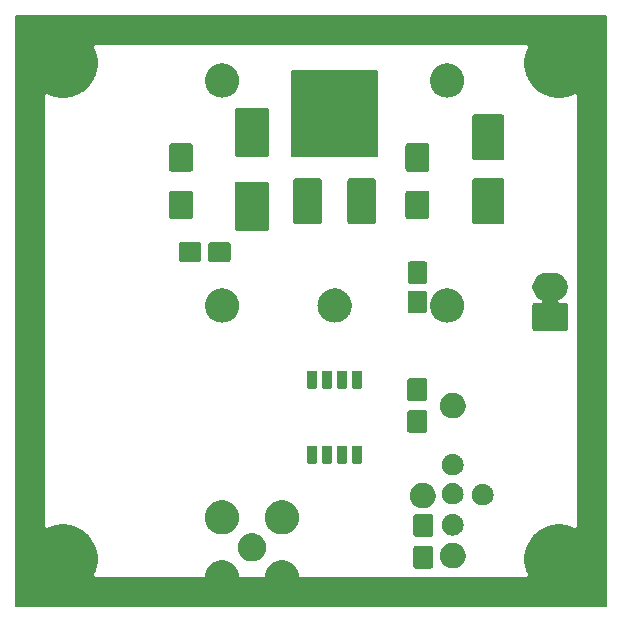
<source format=gbs>
G04 #@! TF.GenerationSoftware,KiCad,Pcbnew,8.0.4*
G04 #@! TF.CreationDate,2025-01-27T10:30:07+01:00*
G04 #@! TF.ProjectId,ocxo,6f63786f-2e6b-4696-9361-645f70636258,rev?*
G04 #@! TF.SameCoordinates,Original*
G04 #@! TF.FileFunction,Soldermask,Bot*
G04 #@! TF.FilePolarity,Negative*
%FSLAX46Y46*%
G04 Gerber Fmt 4.6, Leading zero omitted, Abs format (unit mm)*
G04 Created by KiCad (PCBNEW 8.0.4) date 2025-01-27 10:30:07*
%MOMM*%
%LPD*%
G01*
G04 APERTURE LIST*
G04 #@! TA.AperFunction,Profile*
%ADD10C,0.150000*%
G04 #@! TD*
G04 APERTURE END LIST*
G36*
X115166043Y-89903191D02*
G01*
X115198727Y-89907494D01*
X115206948Y-89911327D01*
X115226537Y-89915224D01*
X115252480Y-89932559D01*
X115263608Y-89937748D01*
X115270378Y-89944518D01*
X115291421Y-89958579D01*
X115305481Y-89979621D01*
X115312251Y-89986391D01*
X115317438Y-89997516D01*
X115334776Y-90023463D01*
X115338672Y-90043053D01*
X115342505Y-90051272D01*
X115346806Y-90083945D01*
X115350000Y-90100000D01*
X115350000Y-91600000D01*
X115346805Y-91616058D01*
X115342505Y-91648727D01*
X115338673Y-91656944D01*
X115334776Y-91676537D01*
X115317437Y-91702485D01*
X115312251Y-91713608D01*
X115305483Y-91720375D01*
X115291421Y-91741421D01*
X115270375Y-91755483D01*
X115263608Y-91762251D01*
X115252485Y-91767437D01*
X115226537Y-91784776D01*
X115206944Y-91788673D01*
X115198727Y-91792505D01*
X115166056Y-91796806D01*
X115150000Y-91800000D01*
X113850000Y-91800000D01*
X113833943Y-91796806D01*
X113801272Y-91792505D01*
X113793053Y-91788672D01*
X113773463Y-91784776D01*
X113747516Y-91767438D01*
X113736391Y-91762251D01*
X113729621Y-91755481D01*
X113708579Y-91741421D01*
X113694518Y-91720378D01*
X113687748Y-91713608D01*
X113682559Y-91702480D01*
X113665224Y-91676537D01*
X113661327Y-91656948D01*
X113657494Y-91648727D01*
X113653190Y-91616041D01*
X113650000Y-91600000D01*
X113650000Y-90100000D01*
X113653190Y-90083958D01*
X113657494Y-90051272D01*
X113661327Y-90043049D01*
X113665224Y-90023463D01*
X113682557Y-89997521D01*
X113687748Y-89986391D01*
X113694520Y-89979618D01*
X113708579Y-89958579D01*
X113729618Y-89944520D01*
X113736391Y-89937748D01*
X113747521Y-89932557D01*
X113773463Y-89915224D01*
X113793049Y-89911327D01*
X113801272Y-89907494D01*
X113833960Y-89903190D01*
X113850000Y-89900000D01*
X115150000Y-89900000D01*
X115166043Y-89903191D01*
G37*
G36*
X117048180Y-89604692D02*
G01*
X117101495Y-89604692D01*
X117148393Y-89613459D01*
X117190927Y-89617180D01*
X117243138Y-89631170D01*
X117301029Y-89641992D01*
X117340293Y-89657203D01*
X117376061Y-89666787D01*
X117430201Y-89692033D01*
X117490312Y-89715320D01*
X117521341Y-89734532D01*
X117549761Y-89747785D01*
X117603375Y-89785326D01*
X117662898Y-89822181D01*
X117685711Y-89842978D01*
X117706755Y-89857713D01*
X117757093Y-89908051D01*
X117812910Y-89958935D01*
X117828125Y-89979083D01*
X117842286Y-89993244D01*
X117886454Y-90056323D01*
X117935239Y-90120925D01*
X117943980Y-90138479D01*
X117952214Y-90150239D01*
X117987282Y-90225442D01*
X118025719Y-90302634D01*
X118029539Y-90316063D01*
X118033212Y-90323938D01*
X118056357Y-90410319D01*
X118081270Y-90497876D01*
X118082037Y-90506153D01*
X118082819Y-90509072D01*
X118091453Y-90607769D01*
X118100000Y-90700000D01*
X118091452Y-90792238D01*
X118082819Y-90890927D01*
X118082037Y-90893844D01*
X118081270Y-90902124D01*
X118056353Y-90989697D01*
X118033212Y-91076061D01*
X118029540Y-91083934D01*
X118025719Y-91097366D01*
X117987278Y-91174564D01*
X117952214Y-91249761D01*
X117943980Y-91261519D01*
X117935239Y-91279075D01*
X117886448Y-91343683D01*
X117842286Y-91406755D01*
X117828128Y-91420912D01*
X117812910Y-91441065D01*
X117757082Y-91491958D01*
X117706755Y-91542286D01*
X117685716Y-91557017D01*
X117662898Y-91577819D01*
X117603363Y-91614681D01*
X117549761Y-91652214D01*
X117521348Y-91665463D01*
X117490312Y-91684680D01*
X117430189Y-91707971D01*
X117376061Y-91733212D01*
X117340301Y-91742793D01*
X117301029Y-91758008D01*
X117243126Y-91768832D01*
X117190927Y-91782819D01*
X117148403Y-91786539D01*
X117101495Y-91795308D01*
X117048169Y-91795308D01*
X117000000Y-91799522D01*
X116951831Y-91795308D01*
X116898505Y-91795308D01*
X116851596Y-91786539D01*
X116809072Y-91782819D01*
X116756870Y-91768831D01*
X116698971Y-91758008D01*
X116659700Y-91742794D01*
X116623938Y-91733212D01*
X116569804Y-91707969D01*
X116509688Y-91684680D01*
X116478654Y-91665465D01*
X116450238Y-91652214D01*
X116396628Y-91614676D01*
X116337102Y-91577819D01*
X116314287Y-91557020D01*
X116293244Y-91542286D01*
X116242906Y-91491948D01*
X116187090Y-91441065D01*
X116171874Y-91420916D01*
X116157713Y-91406755D01*
X116113537Y-91343665D01*
X116064761Y-91279075D01*
X116056022Y-91261524D01*
X116047785Y-91249761D01*
X116012705Y-91174532D01*
X115974281Y-91097366D01*
X115970460Y-91083939D01*
X115966787Y-91076061D01*
X115943629Y-90989636D01*
X115918730Y-90902124D01*
X115917963Y-90893850D01*
X115917180Y-90890927D01*
X115908529Y-90792046D01*
X115900000Y-90700000D01*
X115908528Y-90607962D01*
X115917180Y-90509072D01*
X115917963Y-90506148D01*
X115918730Y-90497876D01*
X115943624Y-90410379D01*
X115966787Y-90323938D01*
X115970461Y-90316057D01*
X115974281Y-90302634D01*
X116012702Y-90225473D01*
X116047785Y-90150239D01*
X116056022Y-90138474D01*
X116064761Y-90120925D01*
X116113531Y-90056342D01*
X116157713Y-89993244D01*
X116171877Y-89979079D01*
X116187090Y-89958935D01*
X116242894Y-89908062D01*
X116293244Y-89857713D01*
X116314291Y-89842975D01*
X116337102Y-89822181D01*
X116396621Y-89785327D01*
X116450239Y-89747785D01*
X116478658Y-89734532D01*
X116509688Y-89715320D01*
X116569794Y-89692034D01*
X116623938Y-89666787D01*
X116659708Y-89657202D01*
X116698971Y-89641992D01*
X116756857Y-89631170D01*
X116809072Y-89617180D01*
X116851607Y-89613458D01*
X116898505Y-89604692D01*
X116951819Y-89604692D01*
X117000000Y-89600477D01*
X117048180Y-89604692D01*
G37*
G36*
X100053037Y-88805627D02*
G01*
X100110675Y-88805627D01*
X100161381Y-88815105D01*
X100208203Y-88819202D01*
X100265676Y-88834601D01*
X100328256Y-88846300D01*
X100370697Y-88862741D01*
X100410090Y-88873297D01*
X100469725Y-88901105D01*
X100534659Y-88926261D01*
X100568177Y-88947014D01*
X100599503Y-88961622D01*
X100658590Y-89002996D01*
X100722854Y-89042786D01*
X100747488Y-89065243D01*
X100770708Y-89081502D01*
X100826249Y-89137043D01*
X100886434Y-89191909D01*
X100902839Y-89213633D01*
X100918499Y-89229293D01*
X100967345Y-89299053D01*
X101019827Y-89368550D01*
X101029229Y-89387433D01*
X101038375Y-89400494D01*
X101077326Y-89484025D01*
X101118491Y-89566694D01*
X101122582Y-89581075D01*
X101126702Y-89589909D01*
X101152658Y-89686781D01*
X101179066Y-89779594D01*
X101179879Y-89788371D01*
X101180797Y-89791796D01*
X101190937Y-89907704D01*
X101199490Y-90000000D01*
X101190936Y-90092302D01*
X101180797Y-90208203D01*
X101179879Y-90211627D01*
X101179066Y-90220406D01*
X101152654Y-90313234D01*
X101126702Y-90410090D01*
X101122583Y-90418921D01*
X101118491Y-90433306D01*
X101077328Y-90515970D01*
X101038377Y-90599503D01*
X101029230Y-90612565D01*
X101019827Y-90631450D01*
X100967334Y-90700960D01*
X100918497Y-90770708D01*
X100902842Y-90786362D01*
X100886434Y-90808091D01*
X100826238Y-90862966D01*
X100770708Y-90918497D01*
X100747493Y-90934752D01*
X100722854Y-90957214D01*
X100658578Y-90997011D01*
X100599503Y-91038377D01*
X100568183Y-91052981D01*
X100534659Y-91073739D01*
X100469713Y-91098899D01*
X100410090Y-91126702D01*
X100370705Y-91137254D01*
X100328256Y-91153700D01*
X100265664Y-91165400D01*
X100208203Y-91180797D01*
X100161391Y-91184892D01*
X100110675Y-91194373D01*
X100053025Y-91194373D01*
X100000000Y-91199012D01*
X99946975Y-91194373D01*
X99889325Y-91194373D01*
X99838608Y-91184892D01*
X99791796Y-91180797D01*
X99734332Y-91165399D01*
X99671744Y-91153700D01*
X99629296Y-91137255D01*
X99589909Y-91126702D01*
X99530280Y-91098896D01*
X99465341Y-91073739D01*
X99431819Y-91052983D01*
X99400496Y-91038377D01*
X99341412Y-90997006D01*
X99277146Y-90957214D01*
X99252509Y-90934755D01*
X99229291Y-90918497D01*
X99173750Y-90862956D01*
X99113566Y-90808091D01*
X99097160Y-90786366D01*
X99081502Y-90770708D01*
X99032651Y-90700942D01*
X98980173Y-90631450D01*
X98970772Y-90612570D01*
X98961622Y-90599503D01*
X98922655Y-90515938D01*
X98881509Y-90433306D01*
X98877417Y-90418927D01*
X98873297Y-90410090D01*
X98847328Y-90313174D01*
X98820934Y-90220406D01*
X98820121Y-90211632D01*
X98819202Y-90208203D01*
X98809045Y-90092109D01*
X98800510Y-90000000D01*
X98809044Y-89907898D01*
X98819202Y-89791796D01*
X98820121Y-89788365D01*
X98820934Y-89779594D01*
X98847324Y-89686841D01*
X98873297Y-89589909D01*
X98877418Y-89581070D01*
X98881509Y-89566694D01*
X98922657Y-89484056D01*
X98961624Y-89400494D01*
X98970772Y-89387428D01*
X98980173Y-89368550D01*
X99032640Y-89299072D01*
X99081500Y-89229293D01*
X99097163Y-89213629D01*
X99113566Y-89191909D01*
X99173738Y-89137054D01*
X99229293Y-89081500D01*
X99252516Y-89065238D01*
X99277146Y-89042786D01*
X99341402Y-89002999D01*
X99400494Y-88961624D01*
X99431820Y-88947016D01*
X99465341Y-88926261D01*
X99530272Y-88901106D01*
X99589909Y-88873297D01*
X99629305Y-88862740D01*
X99671744Y-88846300D01*
X99734320Y-88834602D01*
X99791796Y-88819202D01*
X99838618Y-88815105D01*
X99889325Y-88805627D01*
X99946963Y-88805627D01*
X100000000Y-88800987D01*
X100053037Y-88805627D01*
G37*
G36*
X115166043Y-87203191D02*
G01*
X115198727Y-87207494D01*
X115206948Y-87211327D01*
X115226537Y-87215224D01*
X115252480Y-87232559D01*
X115263608Y-87237748D01*
X115270378Y-87244518D01*
X115291421Y-87258579D01*
X115305481Y-87279621D01*
X115312251Y-87286391D01*
X115317438Y-87297516D01*
X115334776Y-87323463D01*
X115338672Y-87343053D01*
X115342505Y-87351272D01*
X115346806Y-87383945D01*
X115350000Y-87400000D01*
X115350000Y-88900000D01*
X115346805Y-88916058D01*
X115342505Y-88948727D01*
X115338673Y-88956944D01*
X115334776Y-88976537D01*
X115317437Y-89002485D01*
X115312251Y-89013608D01*
X115305483Y-89020375D01*
X115291421Y-89041421D01*
X115270375Y-89055483D01*
X115263608Y-89062251D01*
X115252485Y-89067437D01*
X115226537Y-89084776D01*
X115206944Y-89088673D01*
X115198727Y-89092505D01*
X115166056Y-89096806D01*
X115150000Y-89100000D01*
X113850000Y-89100000D01*
X113833943Y-89096806D01*
X113801272Y-89092505D01*
X113793053Y-89088672D01*
X113773463Y-89084776D01*
X113747516Y-89067438D01*
X113736391Y-89062251D01*
X113729621Y-89055481D01*
X113708579Y-89041421D01*
X113694518Y-89020378D01*
X113687748Y-89013608D01*
X113682559Y-89002480D01*
X113665224Y-88976537D01*
X113661327Y-88956948D01*
X113657494Y-88948727D01*
X113653190Y-88916041D01*
X113650000Y-88900000D01*
X113650000Y-87400000D01*
X113653190Y-87383958D01*
X113657494Y-87351272D01*
X113661327Y-87343049D01*
X113665224Y-87323463D01*
X113682557Y-87297521D01*
X113687748Y-87286391D01*
X113694520Y-87279618D01*
X113708579Y-87258579D01*
X113729618Y-87244520D01*
X113736391Y-87237748D01*
X113747521Y-87232557D01*
X113773463Y-87215224D01*
X113793049Y-87211327D01*
X113801272Y-87207494D01*
X113833960Y-87203190D01*
X113850000Y-87200000D01*
X115150000Y-87200000D01*
X115166043Y-87203191D01*
G37*
G36*
X117045041Y-87165040D02*
G01*
X117096166Y-87165040D01*
X117140309Y-87174422D01*
X117179361Y-87178269D01*
X117228421Y-87193151D01*
X117284296Y-87205028D01*
X117320052Y-87220947D01*
X117351841Y-87230591D01*
X117402360Y-87257593D01*
X117460000Y-87283257D01*
X117486796Y-87302726D01*
X117510787Y-87315549D01*
X117559723Y-87355710D01*
X117615600Y-87396307D01*
X117633743Y-87416457D01*
X117650110Y-87429889D01*
X117694092Y-87483481D01*
X117744296Y-87539238D01*
X117754842Y-87557505D01*
X117764450Y-87569212D01*
X117799987Y-87635697D01*
X117840462Y-87705802D01*
X117845118Y-87720132D01*
X117849408Y-87728158D01*
X117873065Y-87806145D01*
X117899896Y-87888721D01*
X117900840Y-87897704D01*
X117901730Y-87900638D01*
X117910389Y-87988556D01*
X117920000Y-88080000D01*
X117919015Y-88089371D01*
X117919015Y-88090628D01*
X117920000Y-88100000D01*
X117910386Y-88191465D01*
X117901730Y-88279361D01*
X117900840Y-88282293D01*
X117899896Y-88291279D01*
X117873061Y-88373868D01*
X117849408Y-88451841D01*
X117845119Y-88459865D01*
X117840462Y-88474198D01*
X117799980Y-88544314D01*
X117764450Y-88610787D01*
X117754844Y-88622490D01*
X117744296Y-88640762D01*
X117694082Y-88696529D01*
X117650110Y-88750110D01*
X117633746Y-88763539D01*
X117615600Y-88783693D01*
X117559712Y-88824297D01*
X117510787Y-88864450D01*
X117486802Y-88877270D01*
X117460000Y-88896743D01*
X117402348Y-88922411D01*
X117351841Y-88949408D01*
X117320059Y-88959048D01*
X117284296Y-88974972D01*
X117228410Y-88986850D01*
X117179361Y-89001730D01*
X117140317Y-89005575D01*
X117096166Y-89014960D01*
X117045031Y-89014960D01*
X117000000Y-89019395D01*
X116954969Y-89014960D01*
X116903834Y-89014960D01*
X116859682Y-89005575D01*
X116820638Y-89001730D01*
X116771585Y-88986849D01*
X116715704Y-88974972D01*
X116679942Y-88959049D01*
X116648158Y-88949408D01*
X116597645Y-88922408D01*
X116540000Y-88896743D01*
X116513200Y-88877272D01*
X116489212Y-88864450D01*
X116440278Y-88824290D01*
X116384400Y-88783693D01*
X116366256Y-88763542D01*
X116349889Y-88750110D01*
X116305905Y-88696516D01*
X116255704Y-88640762D01*
X116245157Y-88622494D01*
X116235549Y-88610787D01*
X116200006Y-88544291D01*
X116159538Y-88474198D01*
X116154882Y-88459869D01*
X116150591Y-88451841D01*
X116126923Y-88373821D01*
X116100104Y-88291279D01*
X116099160Y-88282298D01*
X116098269Y-88279361D01*
X116089602Y-88191358D01*
X116080000Y-88100000D01*
X116080984Y-88090637D01*
X116080984Y-88089362D01*
X116080000Y-88080000D01*
X116089600Y-87988656D01*
X116098269Y-87900638D01*
X116099160Y-87897699D01*
X116100104Y-87888721D01*
X116126919Y-87806192D01*
X116150591Y-87728158D01*
X116154883Y-87720127D01*
X116159538Y-87705802D01*
X116199999Y-87635721D01*
X116235549Y-87569212D01*
X116245159Y-87557501D01*
X116255704Y-87539238D01*
X116305896Y-87483493D01*
X116349889Y-87429889D01*
X116366259Y-87416454D01*
X116384400Y-87396307D01*
X116440267Y-87355716D01*
X116489212Y-87315549D01*
X116513205Y-87302724D01*
X116540000Y-87283257D01*
X116597633Y-87257596D01*
X116648158Y-87230591D01*
X116679949Y-87220946D01*
X116715704Y-87205028D01*
X116771574Y-87193152D01*
X116820638Y-87178269D01*
X116859691Y-87174422D01*
X116903834Y-87165040D01*
X116954959Y-87165040D01*
X117000000Y-87160604D01*
X117045041Y-87165040D01*
G37*
G36*
X97518002Y-86015271D02*
G01*
X97579714Y-86015271D01*
X97634800Y-86024463D01*
X97686723Y-86028550D01*
X97749262Y-86043564D01*
X97815875Y-86054680D01*
X97863113Y-86070896D01*
X97907854Y-86081638D01*
X97972975Y-86108612D01*
X98042330Y-86132422D01*
X98081073Y-86153388D01*
X98117965Y-86168670D01*
X98183348Y-86208736D01*
X98252900Y-86246376D01*
X98282995Y-86269800D01*
X98311874Y-86287497D01*
X98374985Y-86341399D01*
X98441842Y-86393436D01*
X98463650Y-86417126D01*
X98484805Y-86435194D01*
X98542899Y-86503214D01*
X98604001Y-86569588D01*
X98618362Y-86591569D01*
X98632502Y-86608125D01*
X98682743Y-86690111D01*
X98734956Y-86770029D01*
X98743115Y-86788630D01*
X98751329Y-86802034D01*
X98790929Y-86897636D01*
X98831132Y-86989290D01*
X98834652Y-87003191D01*
X98838361Y-87012145D01*
X98864655Y-87121670D01*
X98889908Y-87221391D01*
X98890599Y-87229738D01*
X98891449Y-87233276D01*
X98901971Y-87366970D01*
X98909680Y-87460000D01*
X98901970Y-87553037D01*
X98891449Y-87686723D01*
X98890599Y-87690260D01*
X98889908Y-87698609D01*
X98864650Y-87798347D01*
X98838361Y-87907854D01*
X98834653Y-87916805D01*
X98831132Y-87930710D01*
X98790922Y-88022380D01*
X98751329Y-88117965D01*
X98743116Y-88131366D01*
X98734956Y-88149971D01*
X98682733Y-88229903D01*
X98632502Y-88311874D01*
X98618365Y-88328426D01*
X98604001Y-88350412D01*
X98542887Y-88416798D01*
X98484805Y-88484805D01*
X98463654Y-88502869D01*
X98441842Y-88526564D01*
X98374972Y-88578610D01*
X98311874Y-88632502D01*
X98283001Y-88650195D01*
X98252900Y-88673624D01*
X98183334Y-88711270D01*
X98117965Y-88751329D01*
X98081081Y-88766606D01*
X98042330Y-88787578D01*
X97972961Y-88811392D01*
X97907854Y-88838361D01*
X97863122Y-88849099D01*
X97815875Y-88865320D01*
X97749248Y-88876438D01*
X97686723Y-88891449D01*
X97634812Y-88895534D01*
X97579714Y-88904729D01*
X97517989Y-88904729D01*
X97460000Y-88909293D01*
X97402010Y-88904729D01*
X97340286Y-88904729D01*
X97285188Y-88895534D01*
X97233276Y-88891449D01*
X97170748Y-88876437D01*
X97104125Y-88865320D01*
X97056879Y-88849100D01*
X97012145Y-88838361D01*
X96947032Y-88811390D01*
X96877670Y-88787578D01*
X96838921Y-88766608D01*
X96802034Y-88751329D01*
X96736656Y-88711265D01*
X96667100Y-88673624D01*
X96637002Y-88650197D01*
X96608125Y-88632502D01*
X96545016Y-88578602D01*
X96478158Y-88526564D01*
X96456349Y-88502873D01*
X96435194Y-88484805D01*
X96377098Y-88416783D01*
X96315999Y-88350412D01*
X96301638Y-88328431D01*
X96287497Y-88311874D01*
X96237250Y-88229879D01*
X96185044Y-88149971D01*
X96176885Y-88131372D01*
X96168670Y-88117965D01*
X96129059Y-88022339D01*
X96088868Y-87930710D01*
X96085348Y-87916811D01*
X96081638Y-87907854D01*
X96055330Y-87798271D01*
X96030092Y-87698609D01*
X96029400Y-87690266D01*
X96028550Y-87686723D01*
X96018009Y-87552796D01*
X96010320Y-87460000D01*
X96018008Y-87367210D01*
X96028550Y-87233276D01*
X96029400Y-87229731D01*
X96030092Y-87221391D01*
X96055325Y-87121746D01*
X96081638Y-87012145D01*
X96085349Y-87003185D01*
X96088868Y-86989290D01*
X96129052Y-86897677D01*
X96168670Y-86802034D01*
X96176887Y-86788624D01*
X96185044Y-86770029D01*
X96237240Y-86690136D01*
X96287497Y-86608125D01*
X96301640Y-86591564D01*
X96315999Y-86569588D01*
X96377086Y-86503229D01*
X96435194Y-86435194D01*
X96456353Y-86417122D01*
X96478158Y-86393436D01*
X96545003Y-86341408D01*
X96608125Y-86287497D01*
X96637008Y-86269797D01*
X96667100Y-86246376D01*
X96736642Y-86208741D01*
X96802034Y-86168670D01*
X96838929Y-86153387D01*
X96877670Y-86132422D01*
X96947018Y-86108614D01*
X97012145Y-86081638D01*
X97056889Y-86070896D01*
X97104125Y-86054680D01*
X97170734Y-86043564D01*
X97233276Y-86028550D01*
X97285199Y-86024463D01*
X97340286Y-86015271D01*
X97401998Y-86015271D01*
X97460000Y-86010706D01*
X97518002Y-86015271D01*
G37*
G36*
X102598002Y-86015271D02*
G01*
X102659714Y-86015271D01*
X102714800Y-86024463D01*
X102766723Y-86028550D01*
X102829262Y-86043564D01*
X102895875Y-86054680D01*
X102943113Y-86070896D01*
X102987854Y-86081638D01*
X103052975Y-86108612D01*
X103122330Y-86132422D01*
X103161073Y-86153388D01*
X103197965Y-86168670D01*
X103263348Y-86208736D01*
X103332900Y-86246376D01*
X103362995Y-86269800D01*
X103391874Y-86287497D01*
X103454985Y-86341399D01*
X103521842Y-86393436D01*
X103543650Y-86417126D01*
X103564805Y-86435194D01*
X103622899Y-86503214D01*
X103684001Y-86569588D01*
X103698362Y-86591569D01*
X103712502Y-86608125D01*
X103762743Y-86690111D01*
X103814956Y-86770029D01*
X103823115Y-86788630D01*
X103831329Y-86802034D01*
X103870929Y-86897636D01*
X103911132Y-86989290D01*
X103914652Y-87003191D01*
X103918361Y-87012145D01*
X103944655Y-87121670D01*
X103969908Y-87221391D01*
X103970599Y-87229738D01*
X103971449Y-87233276D01*
X103981971Y-87366970D01*
X103989680Y-87460000D01*
X103981970Y-87553037D01*
X103971449Y-87686723D01*
X103970599Y-87690260D01*
X103969908Y-87698609D01*
X103944650Y-87798347D01*
X103918361Y-87907854D01*
X103914653Y-87916805D01*
X103911132Y-87930710D01*
X103870922Y-88022380D01*
X103831329Y-88117965D01*
X103823116Y-88131366D01*
X103814956Y-88149971D01*
X103762733Y-88229903D01*
X103712502Y-88311874D01*
X103698365Y-88328426D01*
X103684001Y-88350412D01*
X103622887Y-88416798D01*
X103564805Y-88484805D01*
X103543654Y-88502869D01*
X103521842Y-88526564D01*
X103454972Y-88578610D01*
X103391874Y-88632502D01*
X103363001Y-88650195D01*
X103332900Y-88673624D01*
X103263334Y-88711270D01*
X103197965Y-88751329D01*
X103161081Y-88766606D01*
X103122330Y-88787578D01*
X103052961Y-88811392D01*
X102987854Y-88838361D01*
X102943122Y-88849099D01*
X102895875Y-88865320D01*
X102829248Y-88876438D01*
X102766723Y-88891449D01*
X102714812Y-88895534D01*
X102659714Y-88904729D01*
X102597989Y-88904729D01*
X102540000Y-88909293D01*
X102482010Y-88904729D01*
X102420286Y-88904729D01*
X102365188Y-88895534D01*
X102313276Y-88891449D01*
X102250748Y-88876437D01*
X102184125Y-88865320D01*
X102136879Y-88849100D01*
X102092145Y-88838361D01*
X102027032Y-88811390D01*
X101957670Y-88787578D01*
X101918921Y-88766608D01*
X101882034Y-88751329D01*
X101816656Y-88711265D01*
X101747100Y-88673624D01*
X101717002Y-88650197D01*
X101688125Y-88632502D01*
X101625016Y-88578602D01*
X101558158Y-88526564D01*
X101536349Y-88502873D01*
X101515194Y-88484805D01*
X101457098Y-88416783D01*
X101395999Y-88350412D01*
X101381638Y-88328431D01*
X101367497Y-88311874D01*
X101317250Y-88229879D01*
X101265044Y-88149971D01*
X101256885Y-88131372D01*
X101248670Y-88117965D01*
X101209059Y-88022339D01*
X101168868Y-87930710D01*
X101165348Y-87916811D01*
X101161638Y-87907854D01*
X101135330Y-87798271D01*
X101110092Y-87698609D01*
X101109400Y-87690266D01*
X101108550Y-87686723D01*
X101098009Y-87552796D01*
X101090320Y-87460000D01*
X101098008Y-87367210D01*
X101108550Y-87233276D01*
X101109400Y-87229731D01*
X101110092Y-87221391D01*
X101135325Y-87121746D01*
X101161638Y-87012145D01*
X101165349Y-87003185D01*
X101168868Y-86989290D01*
X101209052Y-86897677D01*
X101248670Y-86802034D01*
X101256887Y-86788624D01*
X101265044Y-86770029D01*
X101317240Y-86690136D01*
X101367497Y-86608125D01*
X101381640Y-86591564D01*
X101395999Y-86569588D01*
X101457086Y-86503229D01*
X101515194Y-86435194D01*
X101536353Y-86417122D01*
X101558158Y-86393436D01*
X101625003Y-86341408D01*
X101688125Y-86287497D01*
X101717008Y-86269797D01*
X101747100Y-86246376D01*
X101816642Y-86208741D01*
X101882034Y-86168670D01*
X101918929Y-86153387D01*
X101957670Y-86132422D01*
X102027018Y-86108614D01*
X102092145Y-86081638D01*
X102136889Y-86070896D01*
X102184125Y-86054680D01*
X102250734Y-86043564D01*
X102313276Y-86028550D01*
X102365199Y-86024463D01*
X102420286Y-86015271D01*
X102481998Y-86015271D01*
X102540000Y-86010706D01*
X102598002Y-86015271D01*
G37*
G36*
X114508180Y-84524692D02*
G01*
X114561495Y-84524692D01*
X114608393Y-84533459D01*
X114650927Y-84537180D01*
X114703138Y-84551170D01*
X114761029Y-84561992D01*
X114800293Y-84577203D01*
X114836061Y-84586787D01*
X114890201Y-84612033D01*
X114950312Y-84635320D01*
X114981341Y-84654532D01*
X115009761Y-84667785D01*
X115063375Y-84705326D01*
X115122898Y-84742181D01*
X115145711Y-84762978D01*
X115166755Y-84777713D01*
X115217093Y-84828051D01*
X115272910Y-84878935D01*
X115288125Y-84899083D01*
X115302286Y-84913244D01*
X115346454Y-84976323D01*
X115395239Y-85040925D01*
X115403980Y-85058479D01*
X115412214Y-85070239D01*
X115447282Y-85145442D01*
X115485719Y-85222634D01*
X115489539Y-85236063D01*
X115493212Y-85243938D01*
X115516357Y-85330319D01*
X115541270Y-85417876D01*
X115542037Y-85426153D01*
X115542819Y-85429072D01*
X115551453Y-85527769D01*
X115560000Y-85620000D01*
X115551452Y-85712238D01*
X115542819Y-85810927D01*
X115542037Y-85813844D01*
X115541270Y-85822124D01*
X115516353Y-85909697D01*
X115493212Y-85996061D01*
X115489540Y-86003934D01*
X115485719Y-86017366D01*
X115447278Y-86094564D01*
X115412214Y-86169761D01*
X115403980Y-86181519D01*
X115395239Y-86199075D01*
X115346448Y-86263683D01*
X115302286Y-86326755D01*
X115288128Y-86340912D01*
X115272910Y-86361065D01*
X115217082Y-86411958D01*
X115166755Y-86462286D01*
X115145716Y-86477017D01*
X115122898Y-86497819D01*
X115063363Y-86534681D01*
X115009761Y-86572214D01*
X114981348Y-86585463D01*
X114950312Y-86604680D01*
X114890189Y-86627971D01*
X114836061Y-86653212D01*
X114800301Y-86662793D01*
X114761029Y-86678008D01*
X114703126Y-86688832D01*
X114650927Y-86702819D01*
X114608403Y-86706539D01*
X114561495Y-86715308D01*
X114508169Y-86715308D01*
X114460000Y-86719522D01*
X114411831Y-86715308D01*
X114358505Y-86715308D01*
X114311596Y-86706539D01*
X114269072Y-86702819D01*
X114216870Y-86688831D01*
X114158971Y-86678008D01*
X114119700Y-86662794D01*
X114083938Y-86653212D01*
X114029804Y-86627969D01*
X113969688Y-86604680D01*
X113938654Y-86585465D01*
X113910238Y-86572214D01*
X113856628Y-86534676D01*
X113797102Y-86497819D01*
X113774287Y-86477020D01*
X113753244Y-86462286D01*
X113702906Y-86411948D01*
X113647090Y-86361065D01*
X113631874Y-86340916D01*
X113617713Y-86326755D01*
X113573537Y-86263665D01*
X113524761Y-86199075D01*
X113516022Y-86181524D01*
X113507785Y-86169761D01*
X113472705Y-86094532D01*
X113434281Y-86017366D01*
X113430460Y-86003939D01*
X113426787Y-85996061D01*
X113403629Y-85909636D01*
X113378730Y-85822124D01*
X113377963Y-85813850D01*
X113377180Y-85810927D01*
X113368529Y-85712046D01*
X113360000Y-85620000D01*
X113368528Y-85527962D01*
X113377180Y-85429072D01*
X113377963Y-85426148D01*
X113378730Y-85417876D01*
X113403624Y-85330379D01*
X113426787Y-85243938D01*
X113430461Y-85236057D01*
X113434281Y-85222634D01*
X113472702Y-85145473D01*
X113507785Y-85070239D01*
X113516022Y-85058474D01*
X113524761Y-85040925D01*
X113573531Y-84976342D01*
X113617713Y-84913244D01*
X113631877Y-84899079D01*
X113647090Y-84878935D01*
X113702894Y-84828062D01*
X113753244Y-84777713D01*
X113774291Y-84762975D01*
X113797102Y-84742181D01*
X113856621Y-84705327D01*
X113910239Y-84667785D01*
X113938658Y-84654532D01*
X113969688Y-84635320D01*
X114029794Y-84612034D01*
X114083938Y-84586787D01*
X114119708Y-84577202D01*
X114158971Y-84561992D01*
X114216857Y-84551170D01*
X114269072Y-84537180D01*
X114311607Y-84533458D01*
X114358505Y-84524692D01*
X114411819Y-84524692D01*
X114460000Y-84520477D01*
X114508180Y-84524692D01*
G37*
G36*
X119585041Y-84625040D02*
G01*
X119636166Y-84625040D01*
X119680309Y-84634422D01*
X119719361Y-84638269D01*
X119768421Y-84653151D01*
X119824296Y-84665028D01*
X119860052Y-84680947D01*
X119891841Y-84690591D01*
X119942360Y-84717593D01*
X120000000Y-84743257D01*
X120026796Y-84762726D01*
X120050787Y-84775549D01*
X120099723Y-84815710D01*
X120155600Y-84856307D01*
X120173743Y-84876457D01*
X120190110Y-84889889D01*
X120234092Y-84943481D01*
X120284296Y-84999238D01*
X120294842Y-85017505D01*
X120304450Y-85029212D01*
X120339987Y-85095697D01*
X120380462Y-85165802D01*
X120385118Y-85180132D01*
X120389408Y-85188158D01*
X120413065Y-85266145D01*
X120439896Y-85348721D01*
X120440840Y-85357704D01*
X120441730Y-85360638D01*
X120450387Y-85448541D01*
X120460000Y-85540000D01*
X120450386Y-85631465D01*
X120441730Y-85719361D01*
X120440840Y-85722293D01*
X120439896Y-85731279D01*
X120413061Y-85813868D01*
X120389408Y-85891841D01*
X120385119Y-85899865D01*
X120380462Y-85914198D01*
X120339980Y-85984314D01*
X120304450Y-86050787D01*
X120294844Y-86062490D01*
X120284296Y-86080762D01*
X120234082Y-86136529D01*
X120190110Y-86190110D01*
X120173746Y-86203539D01*
X120155600Y-86223693D01*
X120099712Y-86264297D01*
X120050787Y-86304450D01*
X120026802Y-86317270D01*
X120000000Y-86336743D01*
X119942348Y-86362411D01*
X119891841Y-86389408D01*
X119860059Y-86399048D01*
X119824296Y-86414972D01*
X119768410Y-86426850D01*
X119719361Y-86441730D01*
X119680317Y-86445575D01*
X119636166Y-86454960D01*
X119585031Y-86454960D01*
X119540000Y-86459395D01*
X119494969Y-86454960D01*
X119443834Y-86454960D01*
X119399682Y-86445575D01*
X119360638Y-86441730D01*
X119311585Y-86426849D01*
X119255704Y-86414972D01*
X119219942Y-86399049D01*
X119188158Y-86389408D01*
X119137645Y-86362408D01*
X119080000Y-86336743D01*
X119053200Y-86317272D01*
X119029212Y-86304450D01*
X118980278Y-86264290D01*
X118924400Y-86223693D01*
X118906256Y-86203542D01*
X118889889Y-86190110D01*
X118845905Y-86136516D01*
X118795704Y-86080762D01*
X118785157Y-86062494D01*
X118775549Y-86050787D01*
X118740006Y-85984291D01*
X118699538Y-85914198D01*
X118694882Y-85899869D01*
X118690591Y-85891841D01*
X118666923Y-85813821D01*
X118640104Y-85731279D01*
X118639160Y-85722298D01*
X118638269Y-85719361D01*
X118629597Y-85631314D01*
X118620000Y-85540000D01*
X118629596Y-85448692D01*
X118638269Y-85360638D01*
X118639160Y-85357699D01*
X118640104Y-85348721D01*
X118666919Y-85266192D01*
X118690591Y-85188158D01*
X118694883Y-85180127D01*
X118699538Y-85165802D01*
X118739999Y-85095721D01*
X118775549Y-85029212D01*
X118785159Y-85017501D01*
X118795704Y-84999238D01*
X118845896Y-84943493D01*
X118889889Y-84889889D01*
X118906259Y-84876454D01*
X118924400Y-84856307D01*
X118980267Y-84815716D01*
X119029212Y-84775549D01*
X119053205Y-84762724D01*
X119080000Y-84743257D01*
X119137633Y-84717596D01*
X119188158Y-84690591D01*
X119219949Y-84680946D01*
X119255704Y-84665028D01*
X119311574Y-84653152D01*
X119360638Y-84638269D01*
X119399691Y-84634422D01*
X119443834Y-84625040D01*
X119494959Y-84625040D01*
X119540000Y-84620604D01*
X119585041Y-84625040D01*
G37*
G36*
X117045041Y-84545040D02*
G01*
X117096166Y-84545040D01*
X117140309Y-84554422D01*
X117179361Y-84558269D01*
X117228421Y-84573151D01*
X117284296Y-84585028D01*
X117320052Y-84600947D01*
X117351841Y-84610591D01*
X117402360Y-84637593D01*
X117460000Y-84663257D01*
X117486796Y-84682726D01*
X117510787Y-84695549D01*
X117559723Y-84735710D01*
X117615600Y-84776307D01*
X117633743Y-84796457D01*
X117650110Y-84809889D01*
X117694092Y-84863481D01*
X117744296Y-84919238D01*
X117754842Y-84937505D01*
X117764450Y-84949212D01*
X117799987Y-85015697D01*
X117840462Y-85085802D01*
X117845118Y-85100132D01*
X117849408Y-85108158D01*
X117873065Y-85186145D01*
X117899896Y-85268721D01*
X117900840Y-85277704D01*
X117901730Y-85280638D01*
X117910387Y-85368541D01*
X117920000Y-85460000D01*
X117910386Y-85551465D01*
X117901730Y-85639361D01*
X117900840Y-85642293D01*
X117899896Y-85651279D01*
X117873061Y-85733868D01*
X117849408Y-85811841D01*
X117845119Y-85819865D01*
X117840462Y-85834198D01*
X117799980Y-85904314D01*
X117764450Y-85970787D01*
X117754844Y-85982490D01*
X117744296Y-86000762D01*
X117694082Y-86056529D01*
X117650110Y-86110110D01*
X117633746Y-86123539D01*
X117615600Y-86143693D01*
X117559712Y-86184297D01*
X117510787Y-86224450D01*
X117486802Y-86237270D01*
X117460000Y-86256743D01*
X117402348Y-86282411D01*
X117351841Y-86309408D01*
X117320059Y-86319048D01*
X117284296Y-86334972D01*
X117228410Y-86346850D01*
X117179361Y-86361730D01*
X117140317Y-86365575D01*
X117096166Y-86374960D01*
X117045031Y-86374960D01*
X117000000Y-86379395D01*
X116954969Y-86374960D01*
X116903834Y-86374960D01*
X116859682Y-86365575D01*
X116820638Y-86361730D01*
X116771585Y-86346849D01*
X116715704Y-86334972D01*
X116679942Y-86319049D01*
X116648158Y-86309408D01*
X116597645Y-86282408D01*
X116540000Y-86256743D01*
X116513200Y-86237272D01*
X116489212Y-86224450D01*
X116440278Y-86184290D01*
X116384400Y-86143693D01*
X116366256Y-86123542D01*
X116349889Y-86110110D01*
X116305905Y-86056516D01*
X116255704Y-86000762D01*
X116245157Y-85982494D01*
X116235549Y-85970787D01*
X116200006Y-85904291D01*
X116159538Y-85834198D01*
X116154882Y-85819869D01*
X116150591Y-85811841D01*
X116126923Y-85733821D01*
X116100104Y-85651279D01*
X116099160Y-85642298D01*
X116098269Y-85639361D01*
X116089597Y-85551314D01*
X116080000Y-85460000D01*
X116089596Y-85368692D01*
X116098269Y-85280638D01*
X116099160Y-85277699D01*
X116100104Y-85268721D01*
X116126919Y-85186192D01*
X116150591Y-85108158D01*
X116154883Y-85100127D01*
X116159538Y-85085802D01*
X116199999Y-85015721D01*
X116235549Y-84949212D01*
X116245159Y-84937501D01*
X116255704Y-84919238D01*
X116305896Y-84863493D01*
X116349889Y-84809889D01*
X116366259Y-84796454D01*
X116384400Y-84776307D01*
X116440267Y-84735716D01*
X116489212Y-84695549D01*
X116513205Y-84682724D01*
X116540000Y-84663257D01*
X116597633Y-84637596D01*
X116648158Y-84610591D01*
X116679949Y-84600946D01*
X116715704Y-84585028D01*
X116771574Y-84573152D01*
X116820638Y-84558269D01*
X116859691Y-84554422D01*
X116903834Y-84545040D01*
X116954959Y-84545040D01*
X117000000Y-84540604D01*
X117045041Y-84545040D01*
G37*
G36*
X117045041Y-82085040D02*
G01*
X117096166Y-82085040D01*
X117140309Y-82094422D01*
X117179361Y-82098269D01*
X117228421Y-82113151D01*
X117284296Y-82125028D01*
X117320052Y-82140947D01*
X117351841Y-82150591D01*
X117402360Y-82177593D01*
X117460000Y-82203257D01*
X117486796Y-82222726D01*
X117510787Y-82235549D01*
X117559723Y-82275710D01*
X117615600Y-82316307D01*
X117633743Y-82336457D01*
X117650110Y-82349889D01*
X117694092Y-82403481D01*
X117744296Y-82459238D01*
X117754842Y-82477505D01*
X117764450Y-82489212D01*
X117799987Y-82555697D01*
X117840462Y-82625802D01*
X117845118Y-82640132D01*
X117849408Y-82648158D01*
X117873065Y-82726145D01*
X117899896Y-82808721D01*
X117900840Y-82817704D01*
X117901730Y-82820638D01*
X117910387Y-82908541D01*
X117920000Y-83000000D01*
X117910386Y-83091465D01*
X117901730Y-83179361D01*
X117900840Y-83182293D01*
X117899896Y-83191279D01*
X117873061Y-83273868D01*
X117849408Y-83351841D01*
X117845119Y-83359865D01*
X117840462Y-83374198D01*
X117799980Y-83444314D01*
X117764450Y-83510787D01*
X117754844Y-83522490D01*
X117744296Y-83540762D01*
X117694082Y-83596529D01*
X117650110Y-83650110D01*
X117633746Y-83663539D01*
X117615600Y-83683693D01*
X117559712Y-83724297D01*
X117510787Y-83764450D01*
X117486802Y-83777270D01*
X117460000Y-83796743D01*
X117402348Y-83822411D01*
X117351841Y-83849408D01*
X117320059Y-83859048D01*
X117284296Y-83874972D01*
X117228410Y-83886850D01*
X117179361Y-83901730D01*
X117140317Y-83905575D01*
X117096166Y-83914960D01*
X117045031Y-83914960D01*
X117000000Y-83919395D01*
X116954969Y-83914960D01*
X116903834Y-83914960D01*
X116859682Y-83905575D01*
X116820638Y-83901730D01*
X116771585Y-83886849D01*
X116715704Y-83874972D01*
X116679942Y-83859049D01*
X116648158Y-83849408D01*
X116597645Y-83822408D01*
X116540000Y-83796743D01*
X116513200Y-83777272D01*
X116489212Y-83764450D01*
X116440278Y-83724290D01*
X116384400Y-83683693D01*
X116366256Y-83663542D01*
X116349889Y-83650110D01*
X116305905Y-83596516D01*
X116255704Y-83540762D01*
X116245157Y-83522494D01*
X116235549Y-83510787D01*
X116200006Y-83444291D01*
X116159538Y-83374198D01*
X116154882Y-83359869D01*
X116150591Y-83351841D01*
X116126923Y-83273821D01*
X116100104Y-83191279D01*
X116099160Y-83182298D01*
X116098269Y-83179361D01*
X116089597Y-83091314D01*
X116080000Y-83000000D01*
X116089596Y-82908692D01*
X116098269Y-82820638D01*
X116099160Y-82817699D01*
X116100104Y-82808721D01*
X116126919Y-82726192D01*
X116150591Y-82648158D01*
X116154883Y-82640127D01*
X116159538Y-82625802D01*
X116199999Y-82555721D01*
X116235549Y-82489212D01*
X116245159Y-82477501D01*
X116255704Y-82459238D01*
X116305896Y-82403493D01*
X116349889Y-82349889D01*
X116366259Y-82336454D01*
X116384400Y-82316307D01*
X116440267Y-82275716D01*
X116489212Y-82235549D01*
X116513205Y-82222724D01*
X116540000Y-82203257D01*
X116597633Y-82177596D01*
X116648158Y-82150591D01*
X116679949Y-82140946D01*
X116715704Y-82125028D01*
X116771574Y-82113152D01*
X116820638Y-82098269D01*
X116859691Y-82094422D01*
X116903834Y-82085040D01*
X116954959Y-82085040D01*
X117000000Y-82080604D01*
X117045041Y-82085040D01*
G37*
G36*
X105365042Y-81406691D02*
G01*
X105397727Y-81410994D01*
X105405948Y-81414827D01*
X105425537Y-81418724D01*
X105451480Y-81436059D01*
X105462608Y-81441248D01*
X105469378Y-81448018D01*
X105490421Y-81462079D01*
X105504481Y-81483121D01*
X105511251Y-81489891D01*
X105516438Y-81501016D01*
X105533776Y-81526963D01*
X105537672Y-81546553D01*
X105541505Y-81554772D01*
X105545806Y-81587445D01*
X105549000Y-81603500D01*
X105549000Y-82746500D01*
X105545805Y-82762558D01*
X105541505Y-82795227D01*
X105537673Y-82803444D01*
X105533776Y-82823037D01*
X105516437Y-82848985D01*
X105511251Y-82860108D01*
X105504483Y-82866875D01*
X105490421Y-82887921D01*
X105469375Y-82901983D01*
X105462608Y-82908751D01*
X105451485Y-82913937D01*
X105425537Y-82931276D01*
X105405944Y-82935173D01*
X105397727Y-82939005D01*
X105365056Y-82943306D01*
X105349000Y-82946500D01*
X104841000Y-82946500D01*
X104824944Y-82943306D01*
X104792272Y-82939005D01*
X104784053Y-82935172D01*
X104764463Y-82931276D01*
X104738516Y-82913938D01*
X104727391Y-82908751D01*
X104720621Y-82901981D01*
X104699579Y-82887921D01*
X104685518Y-82866878D01*
X104678748Y-82860108D01*
X104673559Y-82848980D01*
X104656224Y-82823037D01*
X104652327Y-82803448D01*
X104648494Y-82795227D01*
X104644190Y-82762541D01*
X104641000Y-82746500D01*
X104641000Y-81603500D01*
X104644190Y-81587458D01*
X104648494Y-81554772D01*
X104652327Y-81546549D01*
X104656224Y-81526963D01*
X104673557Y-81501021D01*
X104678748Y-81489891D01*
X104685520Y-81483118D01*
X104699579Y-81462079D01*
X104720618Y-81448020D01*
X104727391Y-81441248D01*
X104738521Y-81436057D01*
X104764463Y-81418724D01*
X104784049Y-81414827D01*
X104792272Y-81410994D01*
X104824960Y-81406690D01*
X104841000Y-81403500D01*
X105349000Y-81403500D01*
X105365042Y-81406691D01*
G37*
G36*
X106635042Y-81406691D02*
G01*
X106667727Y-81410994D01*
X106675948Y-81414827D01*
X106695537Y-81418724D01*
X106721480Y-81436059D01*
X106732608Y-81441248D01*
X106739378Y-81448018D01*
X106760421Y-81462079D01*
X106774481Y-81483121D01*
X106781251Y-81489891D01*
X106786438Y-81501016D01*
X106803776Y-81526963D01*
X106807672Y-81546553D01*
X106811505Y-81554772D01*
X106815806Y-81587445D01*
X106819000Y-81603500D01*
X106819000Y-82746500D01*
X106815805Y-82762558D01*
X106811505Y-82795227D01*
X106807673Y-82803444D01*
X106803776Y-82823037D01*
X106786437Y-82848985D01*
X106781251Y-82860108D01*
X106774483Y-82866875D01*
X106760421Y-82887921D01*
X106739375Y-82901983D01*
X106732608Y-82908751D01*
X106721485Y-82913937D01*
X106695537Y-82931276D01*
X106675944Y-82935173D01*
X106667727Y-82939005D01*
X106635056Y-82943306D01*
X106619000Y-82946500D01*
X106111000Y-82946500D01*
X106094944Y-82943306D01*
X106062272Y-82939005D01*
X106054053Y-82935172D01*
X106034463Y-82931276D01*
X106008516Y-82913938D01*
X105997391Y-82908751D01*
X105990621Y-82901981D01*
X105969579Y-82887921D01*
X105955518Y-82866878D01*
X105948748Y-82860108D01*
X105943559Y-82848980D01*
X105926224Y-82823037D01*
X105922327Y-82803448D01*
X105918494Y-82795227D01*
X105914190Y-82762541D01*
X105911000Y-82746500D01*
X105911000Y-81603500D01*
X105914190Y-81587458D01*
X105918494Y-81554772D01*
X105922327Y-81546549D01*
X105926224Y-81526963D01*
X105943557Y-81501021D01*
X105948748Y-81489891D01*
X105955520Y-81483118D01*
X105969579Y-81462079D01*
X105990618Y-81448020D01*
X105997391Y-81441248D01*
X106008521Y-81436057D01*
X106034463Y-81418724D01*
X106054049Y-81414827D01*
X106062272Y-81410994D01*
X106094960Y-81406690D01*
X106111000Y-81403500D01*
X106619000Y-81403500D01*
X106635042Y-81406691D01*
G37*
G36*
X107905042Y-81406691D02*
G01*
X107937727Y-81410994D01*
X107945948Y-81414827D01*
X107965537Y-81418724D01*
X107991480Y-81436059D01*
X108002608Y-81441248D01*
X108009378Y-81448018D01*
X108030421Y-81462079D01*
X108044481Y-81483121D01*
X108051251Y-81489891D01*
X108056438Y-81501016D01*
X108073776Y-81526963D01*
X108077672Y-81546553D01*
X108081505Y-81554772D01*
X108085806Y-81587445D01*
X108089000Y-81603500D01*
X108089000Y-82746500D01*
X108085805Y-82762558D01*
X108081505Y-82795227D01*
X108077673Y-82803444D01*
X108073776Y-82823037D01*
X108056437Y-82848985D01*
X108051251Y-82860108D01*
X108044483Y-82866875D01*
X108030421Y-82887921D01*
X108009375Y-82901983D01*
X108002608Y-82908751D01*
X107991485Y-82913937D01*
X107965537Y-82931276D01*
X107945944Y-82935173D01*
X107937727Y-82939005D01*
X107905056Y-82943306D01*
X107889000Y-82946500D01*
X107381000Y-82946500D01*
X107364944Y-82943306D01*
X107332272Y-82939005D01*
X107324053Y-82935172D01*
X107304463Y-82931276D01*
X107278516Y-82913938D01*
X107267391Y-82908751D01*
X107260621Y-82901981D01*
X107239579Y-82887921D01*
X107225518Y-82866878D01*
X107218748Y-82860108D01*
X107213559Y-82848980D01*
X107196224Y-82823037D01*
X107192327Y-82803448D01*
X107188494Y-82795227D01*
X107184190Y-82762541D01*
X107181000Y-82746500D01*
X107181000Y-81603500D01*
X107184190Y-81587458D01*
X107188494Y-81554772D01*
X107192327Y-81546549D01*
X107196224Y-81526963D01*
X107213557Y-81501021D01*
X107218748Y-81489891D01*
X107225520Y-81483118D01*
X107239579Y-81462079D01*
X107260618Y-81448020D01*
X107267391Y-81441248D01*
X107278521Y-81436057D01*
X107304463Y-81418724D01*
X107324049Y-81414827D01*
X107332272Y-81410994D01*
X107364960Y-81406690D01*
X107381000Y-81403500D01*
X107889000Y-81403500D01*
X107905042Y-81406691D01*
G37*
G36*
X109175042Y-81406691D02*
G01*
X109207727Y-81410994D01*
X109215948Y-81414827D01*
X109235537Y-81418724D01*
X109261480Y-81436059D01*
X109272608Y-81441248D01*
X109279378Y-81448018D01*
X109300421Y-81462079D01*
X109314481Y-81483121D01*
X109321251Y-81489891D01*
X109326438Y-81501016D01*
X109343776Y-81526963D01*
X109347672Y-81546553D01*
X109351505Y-81554772D01*
X109355806Y-81587445D01*
X109359000Y-81603500D01*
X109359000Y-82746500D01*
X109355805Y-82762558D01*
X109351505Y-82795227D01*
X109347673Y-82803444D01*
X109343776Y-82823037D01*
X109326437Y-82848985D01*
X109321251Y-82860108D01*
X109314483Y-82866875D01*
X109300421Y-82887921D01*
X109279375Y-82901983D01*
X109272608Y-82908751D01*
X109261485Y-82913937D01*
X109235537Y-82931276D01*
X109215944Y-82935173D01*
X109207727Y-82939005D01*
X109175056Y-82943306D01*
X109159000Y-82946500D01*
X108651000Y-82946500D01*
X108634944Y-82943306D01*
X108602272Y-82939005D01*
X108594053Y-82935172D01*
X108574463Y-82931276D01*
X108548516Y-82913938D01*
X108537391Y-82908751D01*
X108530621Y-82901981D01*
X108509579Y-82887921D01*
X108495518Y-82866878D01*
X108488748Y-82860108D01*
X108483559Y-82848980D01*
X108466224Y-82823037D01*
X108462327Y-82803448D01*
X108458494Y-82795227D01*
X108454190Y-82762541D01*
X108451000Y-82746500D01*
X108451000Y-81603500D01*
X108454190Y-81587458D01*
X108458494Y-81554772D01*
X108462327Y-81546549D01*
X108466224Y-81526963D01*
X108483557Y-81501021D01*
X108488748Y-81489891D01*
X108495520Y-81483118D01*
X108509579Y-81462079D01*
X108530618Y-81448020D01*
X108537391Y-81441248D01*
X108548521Y-81436057D01*
X108574463Y-81418724D01*
X108594049Y-81414827D01*
X108602272Y-81410994D01*
X108634960Y-81406690D01*
X108651000Y-81403500D01*
X109159000Y-81403500D01*
X109175042Y-81406691D01*
G37*
G36*
X114666043Y-78403191D02*
G01*
X114698727Y-78407494D01*
X114706948Y-78411327D01*
X114726537Y-78415224D01*
X114752480Y-78432559D01*
X114763608Y-78437748D01*
X114770378Y-78444518D01*
X114791421Y-78458579D01*
X114805481Y-78479621D01*
X114812251Y-78486391D01*
X114817438Y-78497516D01*
X114834776Y-78523463D01*
X114838672Y-78543053D01*
X114842505Y-78551272D01*
X114846806Y-78583945D01*
X114850000Y-78600000D01*
X114850000Y-80100000D01*
X114846805Y-80116058D01*
X114842505Y-80148727D01*
X114838673Y-80156944D01*
X114834776Y-80176537D01*
X114817437Y-80202485D01*
X114812251Y-80213608D01*
X114805483Y-80220375D01*
X114791421Y-80241421D01*
X114770375Y-80255483D01*
X114763608Y-80262251D01*
X114752485Y-80267437D01*
X114726537Y-80284776D01*
X114706944Y-80288673D01*
X114698727Y-80292505D01*
X114666056Y-80296806D01*
X114650000Y-80300000D01*
X113350000Y-80300000D01*
X113333943Y-80296806D01*
X113301272Y-80292505D01*
X113293053Y-80288672D01*
X113273463Y-80284776D01*
X113247516Y-80267438D01*
X113236391Y-80262251D01*
X113229621Y-80255481D01*
X113208579Y-80241421D01*
X113194518Y-80220378D01*
X113187748Y-80213608D01*
X113182559Y-80202480D01*
X113165224Y-80176537D01*
X113161327Y-80156948D01*
X113157494Y-80148727D01*
X113153190Y-80116041D01*
X113150000Y-80100000D01*
X113150000Y-78600000D01*
X113153190Y-78583958D01*
X113157494Y-78551272D01*
X113161327Y-78543049D01*
X113165224Y-78523463D01*
X113182557Y-78497521D01*
X113187748Y-78486391D01*
X113194520Y-78479618D01*
X113208579Y-78458579D01*
X113229618Y-78444520D01*
X113236391Y-78437748D01*
X113247521Y-78432557D01*
X113273463Y-78415224D01*
X113293049Y-78411327D01*
X113301272Y-78407494D01*
X113333960Y-78403190D01*
X113350000Y-78400000D01*
X114650000Y-78400000D01*
X114666043Y-78403191D01*
G37*
G36*
X117048180Y-76904692D02*
G01*
X117101495Y-76904692D01*
X117148393Y-76913459D01*
X117190927Y-76917180D01*
X117243138Y-76931170D01*
X117301029Y-76941992D01*
X117340293Y-76957203D01*
X117376061Y-76966787D01*
X117430201Y-76992033D01*
X117490312Y-77015320D01*
X117521341Y-77034532D01*
X117549761Y-77047785D01*
X117603375Y-77085326D01*
X117662898Y-77122181D01*
X117685711Y-77142978D01*
X117706755Y-77157713D01*
X117757093Y-77208051D01*
X117812910Y-77258935D01*
X117828125Y-77279083D01*
X117842286Y-77293244D01*
X117886454Y-77356323D01*
X117935239Y-77420925D01*
X117943980Y-77438479D01*
X117952214Y-77450239D01*
X117987282Y-77525442D01*
X118025719Y-77602634D01*
X118029539Y-77616063D01*
X118033212Y-77623938D01*
X118056357Y-77710319D01*
X118081270Y-77797876D01*
X118082037Y-77806153D01*
X118082819Y-77809072D01*
X118091453Y-77907769D01*
X118100000Y-78000000D01*
X118091452Y-78092238D01*
X118082819Y-78190927D01*
X118082037Y-78193844D01*
X118081270Y-78202124D01*
X118056353Y-78289697D01*
X118033212Y-78376061D01*
X118029540Y-78383934D01*
X118025719Y-78397366D01*
X117987278Y-78474564D01*
X117952214Y-78549761D01*
X117943980Y-78561519D01*
X117935239Y-78579075D01*
X117886448Y-78643683D01*
X117842286Y-78706755D01*
X117828128Y-78720912D01*
X117812910Y-78741065D01*
X117757082Y-78791958D01*
X117706755Y-78842286D01*
X117685716Y-78857017D01*
X117662898Y-78877819D01*
X117603363Y-78914681D01*
X117549761Y-78952214D01*
X117521348Y-78965463D01*
X117490312Y-78984680D01*
X117430189Y-79007971D01*
X117376061Y-79033212D01*
X117340301Y-79042793D01*
X117301029Y-79058008D01*
X117243126Y-79068832D01*
X117190927Y-79082819D01*
X117148403Y-79086539D01*
X117101495Y-79095308D01*
X117048169Y-79095308D01*
X117000000Y-79099522D01*
X116951831Y-79095308D01*
X116898505Y-79095308D01*
X116851596Y-79086539D01*
X116809072Y-79082819D01*
X116756870Y-79068831D01*
X116698971Y-79058008D01*
X116659700Y-79042794D01*
X116623938Y-79033212D01*
X116569804Y-79007969D01*
X116509688Y-78984680D01*
X116478654Y-78965465D01*
X116450238Y-78952214D01*
X116396628Y-78914676D01*
X116337102Y-78877819D01*
X116314287Y-78857020D01*
X116293244Y-78842286D01*
X116242906Y-78791948D01*
X116187090Y-78741065D01*
X116171874Y-78720916D01*
X116157713Y-78706755D01*
X116113537Y-78643665D01*
X116064761Y-78579075D01*
X116056022Y-78561524D01*
X116047785Y-78549761D01*
X116012705Y-78474532D01*
X115974281Y-78397366D01*
X115970460Y-78383939D01*
X115966787Y-78376061D01*
X115943629Y-78289636D01*
X115918730Y-78202124D01*
X115917963Y-78193850D01*
X115917180Y-78190927D01*
X115908529Y-78092046D01*
X115900000Y-78000000D01*
X115908528Y-77907962D01*
X115917180Y-77809072D01*
X115917963Y-77806148D01*
X115918730Y-77797876D01*
X115943624Y-77710379D01*
X115966787Y-77623938D01*
X115970461Y-77616057D01*
X115974281Y-77602634D01*
X116012702Y-77525473D01*
X116047785Y-77450239D01*
X116056022Y-77438474D01*
X116064761Y-77420925D01*
X116113531Y-77356342D01*
X116157713Y-77293244D01*
X116171877Y-77279079D01*
X116187090Y-77258935D01*
X116242894Y-77208062D01*
X116293244Y-77157713D01*
X116314291Y-77142975D01*
X116337102Y-77122181D01*
X116396621Y-77085327D01*
X116450239Y-77047785D01*
X116478658Y-77034532D01*
X116509688Y-77015320D01*
X116569794Y-76992034D01*
X116623938Y-76966787D01*
X116659708Y-76957202D01*
X116698971Y-76941992D01*
X116756857Y-76931170D01*
X116809072Y-76917180D01*
X116851607Y-76913458D01*
X116898505Y-76904692D01*
X116951819Y-76904692D01*
X117000000Y-76900477D01*
X117048180Y-76904692D01*
G37*
G36*
X114666043Y-75703191D02*
G01*
X114698727Y-75707494D01*
X114706948Y-75711327D01*
X114726537Y-75715224D01*
X114752480Y-75732559D01*
X114763608Y-75737748D01*
X114770378Y-75744518D01*
X114791421Y-75758579D01*
X114805481Y-75779621D01*
X114812251Y-75786391D01*
X114817438Y-75797516D01*
X114834776Y-75823463D01*
X114838672Y-75843053D01*
X114842505Y-75851272D01*
X114846806Y-75883945D01*
X114850000Y-75900000D01*
X114850000Y-77400000D01*
X114846805Y-77416058D01*
X114842505Y-77448727D01*
X114838673Y-77456944D01*
X114834776Y-77476537D01*
X114817437Y-77502485D01*
X114812251Y-77513608D01*
X114805483Y-77520375D01*
X114791421Y-77541421D01*
X114770375Y-77555483D01*
X114763608Y-77562251D01*
X114752485Y-77567437D01*
X114726537Y-77584776D01*
X114706944Y-77588673D01*
X114698727Y-77592505D01*
X114666056Y-77596806D01*
X114650000Y-77600000D01*
X113350000Y-77600000D01*
X113333943Y-77596806D01*
X113301272Y-77592505D01*
X113293053Y-77588672D01*
X113273463Y-77584776D01*
X113247516Y-77567438D01*
X113236391Y-77562251D01*
X113229621Y-77555481D01*
X113208579Y-77541421D01*
X113194518Y-77520378D01*
X113187748Y-77513608D01*
X113182559Y-77502480D01*
X113165224Y-77476537D01*
X113161327Y-77456948D01*
X113157494Y-77448727D01*
X113153190Y-77416041D01*
X113150000Y-77400000D01*
X113150000Y-75900000D01*
X113153190Y-75883958D01*
X113157494Y-75851272D01*
X113161327Y-75843049D01*
X113165224Y-75823463D01*
X113182557Y-75797521D01*
X113187748Y-75786391D01*
X113194520Y-75779618D01*
X113208579Y-75758579D01*
X113229618Y-75744520D01*
X113236391Y-75737748D01*
X113247521Y-75732557D01*
X113273463Y-75715224D01*
X113293049Y-75711327D01*
X113301272Y-75707494D01*
X113333960Y-75703190D01*
X113350000Y-75700000D01*
X114650000Y-75700000D01*
X114666043Y-75703191D01*
G37*
G36*
X105365042Y-75056691D02*
G01*
X105397727Y-75060994D01*
X105405948Y-75064827D01*
X105425537Y-75068724D01*
X105451480Y-75086059D01*
X105462608Y-75091248D01*
X105469378Y-75098018D01*
X105490421Y-75112079D01*
X105504481Y-75133121D01*
X105511251Y-75139891D01*
X105516438Y-75151016D01*
X105533776Y-75176963D01*
X105537672Y-75196553D01*
X105541505Y-75204772D01*
X105545806Y-75237445D01*
X105549000Y-75253500D01*
X105549000Y-76396500D01*
X105545805Y-76412558D01*
X105541505Y-76445227D01*
X105537673Y-76453444D01*
X105533776Y-76473037D01*
X105516437Y-76498985D01*
X105511251Y-76510108D01*
X105504483Y-76516875D01*
X105490421Y-76537921D01*
X105469375Y-76551983D01*
X105462608Y-76558751D01*
X105451485Y-76563937D01*
X105425537Y-76581276D01*
X105405944Y-76585173D01*
X105397727Y-76589005D01*
X105365056Y-76593306D01*
X105349000Y-76596500D01*
X104841000Y-76596500D01*
X104824944Y-76593306D01*
X104792272Y-76589005D01*
X104784053Y-76585172D01*
X104764463Y-76581276D01*
X104738516Y-76563938D01*
X104727391Y-76558751D01*
X104720621Y-76551981D01*
X104699579Y-76537921D01*
X104685518Y-76516878D01*
X104678748Y-76510108D01*
X104673559Y-76498980D01*
X104656224Y-76473037D01*
X104652327Y-76453448D01*
X104648494Y-76445227D01*
X104644190Y-76412541D01*
X104641000Y-76396500D01*
X104641000Y-75253500D01*
X104644190Y-75237458D01*
X104648494Y-75204772D01*
X104652327Y-75196549D01*
X104656224Y-75176963D01*
X104673557Y-75151021D01*
X104678748Y-75139891D01*
X104685520Y-75133118D01*
X104699579Y-75112079D01*
X104720618Y-75098020D01*
X104727391Y-75091248D01*
X104738521Y-75086057D01*
X104764463Y-75068724D01*
X104784049Y-75064827D01*
X104792272Y-75060994D01*
X104824960Y-75056690D01*
X104841000Y-75053500D01*
X105349000Y-75053500D01*
X105365042Y-75056691D01*
G37*
G36*
X106635042Y-75056691D02*
G01*
X106667727Y-75060994D01*
X106675948Y-75064827D01*
X106695537Y-75068724D01*
X106721480Y-75086059D01*
X106732608Y-75091248D01*
X106739378Y-75098018D01*
X106760421Y-75112079D01*
X106774481Y-75133121D01*
X106781251Y-75139891D01*
X106786438Y-75151016D01*
X106803776Y-75176963D01*
X106807672Y-75196553D01*
X106811505Y-75204772D01*
X106815806Y-75237445D01*
X106819000Y-75253500D01*
X106819000Y-76396500D01*
X106815805Y-76412558D01*
X106811505Y-76445227D01*
X106807673Y-76453444D01*
X106803776Y-76473037D01*
X106786437Y-76498985D01*
X106781251Y-76510108D01*
X106774483Y-76516875D01*
X106760421Y-76537921D01*
X106739375Y-76551983D01*
X106732608Y-76558751D01*
X106721485Y-76563937D01*
X106695537Y-76581276D01*
X106675944Y-76585173D01*
X106667727Y-76589005D01*
X106635056Y-76593306D01*
X106619000Y-76596500D01*
X106111000Y-76596500D01*
X106094944Y-76593306D01*
X106062272Y-76589005D01*
X106054053Y-76585172D01*
X106034463Y-76581276D01*
X106008516Y-76563938D01*
X105997391Y-76558751D01*
X105990621Y-76551981D01*
X105969579Y-76537921D01*
X105955518Y-76516878D01*
X105948748Y-76510108D01*
X105943559Y-76498980D01*
X105926224Y-76473037D01*
X105922327Y-76453448D01*
X105918494Y-76445227D01*
X105914190Y-76412541D01*
X105911000Y-76396500D01*
X105911000Y-75253500D01*
X105914190Y-75237458D01*
X105918494Y-75204772D01*
X105922327Y-75196549D01*
X105926224Y-75176963D01*
X105943557Y-75151021D01*
X105948748Y-75139891D01*
X105955520Y-75133118D01*
X105969579Y-75112079D01*
X105990618Y-75098020D01*
X105997391Y-75091248D01*
X106008521Y-75086057D01*
X106034463Y-75068724D01*
X106054049Y-75064827D01*
X106062272Y-75060994D01*
X106094960Y-75056690D01*
X106111000Y-75053500D01*
X106619000Y-75053500D01*
X106635042Y-75056691D01*
G37*
G36*
X107905042Y-75056691D02*
G01*
X107937727Y-75060994D01*
X107945948Y-75064827D01*
X107965537Y-75068724D01*
X107991480Y-75086059D01*
X108002608Y-75091248D01*
X108009378Y-75098018D01*
X108030421Y-75112079D01*
X108044481Y-75133121D01*
X108051251Y-75139891D01*
X108056438Y-75151016D01*
X108073776Y-75176963D01*
X108077672Y-75196553D01*
X108081505Y-75204772D01*
X108085806Y-75237445D01*
X108089000Y-75253500D01*
X108089000Y-76396500D01*
X108085805Y-76412558D01*
X108081505Y-76445227D01*
X108077673Y-76453444D01*
X108073776Y-76473037D01*
X108056437Y-76498985D01*
X108051251Y-76510108D01*
X108044483Y-76516875D01*
X108030421Y-76537921D01*
X108009375Y-76551983D01*
X108002608Y-76558751D01*
X107991485Y-76563937D01*
X107965537Y-76581276D01*
X107945944Y-76585173D01*
X107937727Y-76589005D01*
X107905056Y-76593306D01*
X107889000Y-76596500D01*
X107381000Y-76596500D01*
X107364944Y-76593306D01*
X107332272Y-76589005D01*
X107324053Y-76585172D01*
X107304463Y-76581276D01*
X107278516Y-76563938D01*
X107267391Y-76558751D01*
X107260621Y-76551981D01*
X107239579Y-76537921D01*
X107225518Y-76516878D01*
X107218748Y-76510108D01*
X107213559Y-76498980D01*
X107196224Y-76473037D01*
X107192327Y-76453448D01*
X107188494Y-76445227D01*
X107184190Y-76412541D01*
X107181000Y-76396500D01*
X107181000Y-75253500D01*
X107184190Y-75237458D01*
X107188494Y-75204772D01*
X107192327Y-75196549D01*
X107196224Y-75176963D01*
X107213557Y-75151021D01*
X107218748Y-75139891D01*
X107225520Y-75133118D01*
X107239579Y-75112079D01*
X107260618Y-75098020D01*
X107267391Y-75091248D01*
X107278521Y-75086057D01*
X107304463Y-75068724D01*
X107324049Y-75064827D01*
X107332272Y-75060994D01*
X107364960Y-75056690D01*
X107381000Y-75053500D01*
X107889000Y-75053500D01*
X107905042Y-75056691D01*
G37*
G36*
X109175042Y-75056691D02*
G01*
X109207727Y-75060994D01*
X109215948Y-75064827D01*
X109235537Y-75068724D01*
X109261480Y-75086059D01*
X109272608Y-75091248D01*
X109279378Y-75098018D01*
X109300421Y-75112079D01*
X109314481Y-75133121D01*
X109321251Y-75139891D01*
X109326438Y-75151016D01*
X109343776Y-75176963D01*
X109347672Y-75196553D01*
X109351505Y-75204772D01*
X109355806Y-75237445D01*
X109359000Y-75253500D01*
X109359000Y-76396500D01*
X109355805Y-76412558D01*
X109351505Y-76445227D01*
X109347673Y-76453444D01*
X109343776Y-76473037D01*
X109326437Y-76498985D01*
X109321251Y-76510108D01*
X109314483Y-76516875D01*
X109300421Y-76537921D01*
X109279375Y-76551983D01*
X109272608Y-76558751D01*
X109261485Y-76563937D01*
X109235537Y-76581276D01*
X109215944Y-76585173D01*
X109207727Y-76589005D01*
X109175056Y-76593306D01*
X109159000Y-76596500D01*
X108651000Y-76596500D01*
X108634944Y-76593306D01*
X108602272Y-76589005D01*
X108594053Y-76585172D01*
X108574463Y-76581276D01*
X108548516Y-76563938D01*
X108537391Y-76558751D01*
X108530621Y-76551981D01*
X108509579Y-76537921D01*
X108495518Y-76516878D01*
X108488748Y-76510108D01*
X108483559Y-76498980D01*
X108466224Y-76473037D01*
X108462327Y-76453448D01*
X108458494Y-76445227D01*
X108454190Y-76412541D01*
X108451000Y-76396500D01*
X108451000Y-75253500D01*
X108454190Y-75237458D01*
X108458494Y-75204772D01*
X108462327Y-75196549D01*
X108466224Y-75176963D01*
X108483557Y-75151021D01*
X108488748Y-75139891D01*
X108495520Y-75133118D01*
X108509579Y-75112079D01*
X108530618Y-75098020D01*
X108537391Y-75091248D01*
X108548521Y-75086057D01*
X108574463Y-75068724D01*
X108594049Y-75064827D01*
X108602272Y-75060994D01*
X108634960Y-75056690D01*
X108651000Y-75053500D01*
X109159000Y-75053500D01*
X109175042Y-75056691D01*
G37*
G36*
X125644151Y-66763699D02*
G01*
X125830134Y-66793156D01*
X126009220Y-66851345D01*
X126176998Y-66936832D01*
X126329338Y-67047513D01*
X126462487Y-67180662D01*
X126573168Y-67333002D01*
X126658655Y-67500780D01*
X126716844Y-67679866D01*
X126746301Y-67865849D01*
X126746301Y-68054151D01*
X126716844Y-68240134D01*
X126658655Y-68419220D01*
X126573168Y-68586998D01*
X126462487Y-68739338D01*
X126329338Y-68872487D01*
X126176998Y-68983168D01*
X126009220Y-69068655D01*
X126006876Y-69069416D01*
X125930440Y-69108363D01*
X125976448Y-69300000D01*
X126550000Y-69300000D01*
X126566042Y-69303191D01*
X126598727Y-69307494D01*
X126606948Y-69311327D01*
X126626537Y-69315224D01*
X126652480Y-69332559D01*
X126663608Y-69337748D01*
X126670378Y-69344518D01*
X126691421Y-69358579D01*
X126705481Y-69379621D01*
X126712251Y-69386391D01*
X126717438Y-69397516D01*
X126734776Y-69423463D01*
X126738672Y-69443053D01*
X126742505Y-69451272D01*
X126746806Y-69483945D01*
X126750000Y-69500000D01*
X126750000Y-71500000D01*
X126746805Y-71516058D01*
X126742505Y-71548727D01*
X126738673Y-71556944D01*
X126734776Y-71576537D01*
X126717437Y-71602485D01*
X126712251Y-71613608D01*
X126705483Y-71620375D01*
X126691421Y-71641421D01*
X126670375Y-71655483D01*
X126663608Y-71662251D01*
X126652485Y-71667437D01*
X126626537Y-71684776D01*
X126606944Y-71688673D01*
X126598727Y-71692505D01*
X126566056Y-71696806D01*
X126550000Y-71700000D01*
X123950000Y-71700000D01*
X123933943Y-71696806D01*
X123901272Y-71692505D01*
X123893053Y-71688672D01*
X123873463Y-71684776D01*
X123847516Y-71667438D01*
X123836391Y-71662251D01*
X123829621Y-71655481D01*
X123808579Y-71641421D01*
X123794518Y-71620378D01*
X123787748Y-71613608D01*
X123782559Y-71602480D01*
X123765224Y-71576537D01*
X123761327Y-71556948D01*
X123757494Y-71548727D01*
X123753190Y-71516041D01*
X123750000Y-71500000D01*
X123750000Y-69500000D01*
X123753190Y-69483958D01*
X123757494Y-69451272D01*
X123761327Y-69443049D01*
X123765224Y-69423463D01*
X123782557Y-69397521D01*
X123787748Y-69386391D01*
X123794520Y-69379618D01*
X123808579Y-69358579D01*
X123829618Y-69344520D01*
X123836391Y-69337748D01*
X123847521Y-69332557D01*
X123873463Y-69315224D01*
X123893049Y-69311327D01*
X123901272Y-69307494D01*
X123933960Y-69303190D01*
X123950000Y-69300000D01*
X124523554Y-69300000D01*
X124569561Y-69108362D01*
X124493128Y-69069418D01*
X124490780Y-69068655D01*
X124323002Y-68983168D01*
X124170662Y-68872487D01*
X124037513Y-68739338D01*
X123926832Y-68586998D01*
X123841345Y-68419220D01*
X123783156Y-68240134D01*
X123753699Y-68054151D01*
X123753699Y-67865849D01*
X123783156Y-67679866D01*
X123841345Y-67500780D01*
X123926832Y-67333002D01*
X124037513Y-67180662D01*
X124170662Y-67047513D01*
X124323002Y-66936832D01*
X124490780Y-66851345D01*
X124669866Y-66793156D01*
X124855849Y-66763699D01*
X124950000Y-66760000D01*
X125550000Y-66760000D01*
X125644151Y-66763699D01*
G37*
G36*
X97533015Y-68079952D02*
G01*
X97594740Y-68079952D01*
X97649838Y-68089146D01*
X97701773Y-68093234D01*
X97764325Y-68108251D01*
X97830954Y-68119370D01*
X97878204Y-68135591D01*
X97922952Y-68146334D01*
X97988086Y-68173313D01*
X98057458Y-68197129D01*
X98096206Y-68218098D01*
X98133111Y-68233385D01*
X98198520Y-68273468D01*
X98268075Y-68311109D01*
X98298173Y-68334535D01*
X98327058Y-68352236D01*
X98390170Y-68406139D01*
X98457058Y-68458200D01*
X98478880Y-68481905D01*
X98500030Y-68499969D01*
X98558114Y-68567976D01*
X98619254Y-68634392D01*
X98633622Y-68656385D01*
X98647763Y-68672941D01*
X98698012Y-68754940D01*
X98750237Y-68834876D01*
X98758397Y-68853479D01*
X98766614Y-68866888D01*
X98806218Y-68962500D01*
X98846435Y-69054186D01*
X98849957Y-69068096D01*
X98853665Y-69077047D01*
X98879953Y-69186547D01*
X98905224Y-69286338D01*
X98905916Y-69294689D01*
X98906765Y-69298226D01*
X98917287Y-69431927D01*
X98925000Y-69525000D01*
X98917287Y-69618080D01*
X98906765Y-69751773D01*
X98905916Y-69755308D01*
X98905224Y-69763662D01*
X98879948Y-69863470D01*
X98853665Y-69972952D01*
X98849958Y-69981900D01*
X98846435Y-69995814D01*
X98806210Y-70087516D01*
X98766614Y-70183111D01*
X98758398Y-70196517D01*
X98750237Y-70215124D01*
X98698002Y-70295074D01*
X98647763Y-70377058D01*
X98633625Y-70393610D01*
X98619254Y-70415608D01*
X98558102Y-70482036D01*
X98500030Y-70550030D01*
X98478884Y-70568090D01*
X98457058Y-70591800D01*
X98390157Y-70643870D01*
X98327058Y-70697763D01*
X98298179Y-70715459D01*
X98268075Y-70738891D01*
X98198506Y-70776539D01*
X98133111Y-70816614D01*
X98096214Y-70831897D01*
X98057458Y-70852871D01*
X97988072Y-70876691D01*
X97922952Y-70903665D01*
X97878214Y-70914405D01*
X97830954Y-70930630D01*
X97764311Y-70941750D01*
X97701773Y-70956765D01*
X97649850Y-70960851D01*
X97594740Y-70970048D01*
X97533002Y-70970048D01*
X97475000Y-70974613D01*
X97416998Y-70970048D01*
X97355260Y-70970048D01*
X97300150Y-70960851D01*
X97248226Y-70956765D01*
X97185684Y-70941750D01*
X97119046Y-70930630D01*
X97071787Y-70914406D01*
X97027047Y-70903665D01*
X96961921Y-70876688D01*
X96892542Y-70852871D01*
X96853788Y-70831898D01*
X96816888Y-70816614D01*
X96751484Y-70776534D01*
X96681925Y-70738891D01*
X96651824Y-70715462D01*
X96622941Y-70697763D01*
X96559831Y-70643862D01*
X96492942Y-70591800D01*
X96471119Y-70568094D01*
X96449969Y-70550030D01*
X96391883Y-70482021D01*
X96330746Y-70415608D01*
X96316377Y-70393615D01*
X96302236Y-70377058D01*
X96251981Y-70295050D01*
X96199763Y-70215124D01*
X96191603Y-70196522D01*
X96183385Y-70183111D01*
X96143771Y-70087475D01*
X96103565Y-69995814D01*
X96100043Y-69981906D01*
X96096334Y-69972952D01*
X96070031Y-69863394D01*
X96044776Y-69763662D01*
X96044084Y-69755314D01*
X96043234Y-69751773D01*
X96032692Y-69617839D01*
X96025000Y-69525000D01*
X96032692Y-69432167D01*
X96043234Y-69298226D01*
X96044084Y-69294683D01*
X96044776Y-69286338D01*
X96070027Y-69186623D01*
X96096334Y-69077047D01*
X96100043Y-69068090D01*
X96103565Y-69054186D01*
X96143763Y-68962541D01*
X96183385Y-68866888D01*
X96191605Y-68853473D01*
X96199763Y-68834876D01*
X96251971Y-68754964D01*
X96302236Y-68672941D01*
X96316380Y-68656380D01*
X96330746Y-68634392D01*
X96391872Y-68567991D01*
X96449969Y-68499969D01*
X96471123Y-68481901D01*
X96492942Y-68458200D01*
X96559818Y-68406148D01*
X96622941Y-68352236D01*
X96651830Y-68334532D01*
X96681925Y-68311109D01*
X96751470Y-68273472D01*
X96816888Y-68233385D01*
X96853796Y-68218096D01*
X96892542Y-68197129D01*
X96961907Y-68173315D01*
X97027047Y-68146334D01*
X97071797Y-68135590D01*
X97119046Y-68119370D01*
X97185671Y-68108251D01*
X97248226Y-68093234D01*
X97300161Y-68089146D01*
X97355260Y-68079952D01*
X97416985Y-68079952D01*
X97475000Y-68075386D01*
X97533015Y-68079952D01*
G37*
G36*
X107058015Y-68079952D02*
G01*
X107119740Y-68079952D01*
X107174838Y-68089146D01*
X107226773Y-68093234D01*
X107289325Y-68108251D01*
X107355954Y-68119370D01*
X107403204Y-68135591D01*
X107447952Y-68146334D01*
X107513086Y-68173313D01*
X107582458Y-68197129D01*
X107621206Y-68218098D01*
X107658111Y-68233385D01*
X107723520Y-68273468D01*
X107793075Y-68311109D01*
X107823173Y-68334535D01*
X107852058Y-68352236D01*
X107915170Y-68406139D01*
X107982058Y-68458200D01*
X108003880Y-68481905D01*
X108025030Y-68499969D01*
X108083114Y-68567976D01*
X108144254Y-68634392D01*
X108158622Y-68656385D01*
X108172763Y-68672941D01*
X108223012Y-68754940D01*
X108275237Y-68834876D01*
X108283397Y-68853479D01*
X108291614Y-68866888D01*
X108331218Y-68962500D01*
X108371435Y-69054186D01*
X108374957Y-69068096D01*
X108378665Y-69077047D01*
X108404953Y-69186547D01*
X108430224Y-69286338D01*
X108430916Y-69294689D01*
X108431765Y-69298226D01*
X108442287Y-69431927D01*
X108450000Y-69525000D01*
X108442287Y-69618080D01*
X108431765Y-69751773D01*
X108430916Y-69755308D01*
X108430224Y-69763662D01*
X108404948Y-69863470D01*
X108378665Y-69972952D01*
X108374958Y-69981900D01*
X108371435Y-69995814D01*
X108331210Y-70087516D01*
X108291614Y-70183111D01*
X108283398Y-70196517D01*
X108275237Y-70215124D01*
X108223002Y-70295074D01*
X108172763Y-70377058D01*
X108158625Y-70393610D01*
X108144254Y-70415608D01*
X108083102Y-70482036D01*
X108025030Y-70550030D01*
X108003884Y-70568090D01*
X107982058Y-70591800D01*
X107915157Y-70643870D01*
X107852058Y-70697763D01*
X107823179Y-70715459D01*
X107793075Y-70738891D01*
X107723506Y-70776539D01*
X107658111Y-70816614D01*
X107621214Y-70831897D01*
X107582458Y-70852871D01*
X107513072Y-70876691D01*
X107447952Y-70903665D01*
X107403214Y-70914405D01*
X107355954Y-70930630D01*
X107289311Y-70941750D01*
X107226773Y-70956765D01*
X107174850Y-70960851D01*
X107119740Y-70970048D01*
X107058002Y-70970048D01*
X107000000Y-70974613D01*
X106941998Y-70970048D01*
X106880260Y-70970048D01*
X106825150Y-70960851D01*
X106773226Y-70956765D01*
X106710684Y-70941750D01*
X106644046Y-70930630D01*
X106596787Y-70914406D01*
X106552047Y-70903665D01*
X106486921Y-70876688D01*
X106417542Y-70852871D01*
X106378788Y-70831898D01*
X106341888Y-70816614D01*
X106276484Y-70776534D01*
X106206925Y-70738891D01*
X106176824Y-70715462D01*
X106147941Y-70697763D01*
X106084831Y-70643862D01*
X106017942Y-70591800D01*
X105996119Y-70568094D01*
X105974969Y-70550030D01*
X105916883Y-70482021D01*
X105855746Y-70415608D01*
X105841377Y-70393615D01*
X105827236Y-70377058D01*
X105776981Y-70295050D01*
X105724763Y-70215124D01*
X105716603Y-70196522D01*
X105708385Y-70183111D01*
X105668771Y-70087475D01*
X105628565Y-69995814D01*
X105625043Y-69981906D01*
X105621334Y-69972952D01*
X105595031Y-69863394D01*
X105569776Y-69763662D01*
X105569084Y-69755314D01*
X105568234Y-69751773D01*
X105557692Y-69617839D01*
X105550000Y-69525000D01*
X105557692Y-69432167D01*
X105568234Y-69298226D01*
X105569084Y-69294683D01*
X105569776Y-69286338D01*
X105595027Y-69186623D01*
X105621334Y-69077047D01*
X105625043Y-69068090D01*
X105628565Y-69054186D01*
X105668763Y-68962541D01*
X105708385Y-68866888D01*
X105716605Y-68853473D01*
X105724763Y-68834876D01*
X105776971Y-68754964D01*
X105827236Y-68672941D01*
X105841380Y-68656380D01*
X105855746Y-68634392D01*
X105916872Y-68567991D01*
X105974969Y-68499969D01*
X105996123Y-68481901D01*
X106017942Y-68458200D01*
X106084818Y-68406148D01*
X106147941Y-68352236D01*
X106176830Y-68334532D01*
X106206925Y-68311109D01*
X106276470Y-68273472D01*
X106341888Y-68233385D01*
X106378796Y-68218096D01*
X106417542Y-68197129D01*
X106486907Y-68173315D01*
X106552047Y-68146334D01*
X106596797Y-68135590D01*
X106644046Y-68119370D01*
X106710671Y-68108251D01*
X106773226Y-68093234D01*
X106825161Y-68089146D01*
X106880260Y-68079952D01*
X106941985Y-68079952D01*
X107000000Y-68075386D01*
X107058015Y-68079952D01*
G37*
G36*
X116583015Y-68079952D02*
G01*
X116644740Y-68079952D01*
X116699838Y-68089146D01*
X116751773Y-68093234D01*
X116814325Y-68108251D01*
X116880954Y-68119370D01*
X116928204Y-68135591D01*
X116972952Y-68146334D01*
X117038086Y-68173313D01*
X117107458Y-68197129D01*
X117146206Y-68218098D01*
X117183111Y-68233385D01*
X117248520Y-68273468D01*
X117318075Y-68311109D01*
X117348173Y-68334535D01*
X117377058Y-68352236D01*
X117440170Y-68406139D01*
X117507058Y-68458200D01*
X117528880Y-68481905D01*
X117550030Y-68499969D01*
X117608114Y-68567976D01*
X117669254Y-68634392D01*
X117683622Y-68656385D01*
X117697763Y-68672941D01*
X117748012Y-68754940D01*
X117800237Y-68834876D01*
X117808397Y-68853479D01*
X117816614Y-68866888D01*
X117856218Y-68962500D01*
X117896435Y-69054186D01*
X117899957Y-69068096D01*
X117903665Y-69077047D01*
X117929953Y-69186547D01*
X117955224Y-69286338D01*
X117955916Y-69294689D01*
X117956765Y-69298226D01*
X117967287Y-69431927D01*
X117975000Y-69525000D01*
X117967287Y-69618080D01*
X117956765Y-69751773D01*
X117955916Y-69755308D01*
X117955224Y-69763662D01*
X117929948Y-69863470D01*
X117903665Y-69972952D01*
X117899958Y-69981900D01*
X117896435Y-69995814D01*
X117856210Y-70087516D01*
X117816614Y-70183111D01*
X117808398Y-70196517D01*
X117800237Y-70215124D01*
X117748002Y-70295074D01*
X117697763Y-70377058D01*
X117683625Y-70393610D01*
X117669254Y-70415608D01*
X117608102Y-70482036D01*
X117550030Y-70550030D01*
X117528884Y-70568090D01*
X117507058Y-70591800D01*
X117440157Y-70643870D01*
X117377058Y-70697763D01*
X117348179Y-70715459D01*
X117318075Y-70738891D01*
X117248506Y-70776539D01*
X117183111Y-70816614D01*
X117146214Y-70831897D01*
X117107458Y-70852871D01*
X117038072Y-70876691D01*
X116972952Y-70903665D01*
X116928214Y-70914405D01*
X116880954Y-70930630D01*
X116814311Y-70941750D01*
X116751773Y-70956765D01*
X116699850Y-70960851D01*
X116644740Y-70970048D01*
X116583002Y-70970048D01*
X116525000Y-70974613D01*
X116466998Y-70970048D01*
X116405260Y-70970048D01*
X116350150Y-70960851D01*
X116298226Y-70956765D01*
X116235684Y-70941750D01*
X116169046Y-70930630D01*
X116121787Y-70914406D01*
X116077047Y-70903665D01*
X116011921Y-70876688D01*
X115942542Y-70852871D01*
X115903788Y-70831898D01*
X115866888Y-70816614D01*
X115801484Y-70776534D01*
X115731925Y-70738891D01*
X115701824Y-70715462D01*
X115672941Y-70697763D01*
X115609831Y-70643862D01*
X115542942Y-70591800D01*
X115521119Y-70568094D01*
X115499969Y-70550030D01*
X115441883Y-70482021D01*
X115380746Y-70415608D01*
X115366377Y-70393615D01*
X115352236Y-70377058D01*
X115301981Y-70295050D01*
X115249763Y-70215124D01*
X115241603Y-70196522D01*
X115233385Y-70183111D01*
X115193771Y-70087475D01*
X115153565Y-69995814D01*
X115150043Y-69981906D01*
X115146334Y-69972952D01*
X115120031Y-69863394D01*
X115094776Y-69763662D01*
X115094084Y-69755314D01*
X115093234Y-69751773D01*
X115082692Y-69617839D01*
X115075000Y-69525000D01*
X115082692Y-69432167D01*
X115093234Y-69298226D01*
X115094084Y-69294683D01*
X115094776Y-69286338D01*
X115120027Y-69186623D01*
X115146334Y-69077047D01*
X115150043Y-69068090D01*
X115153565Y-69054186D01*
X115193763Y-68962541D01*
X115233385Y-68866888D01*
X115241605Y-68853473D01*
X115249763Y-68834876D01*
X115301971Y-68754964D01*
X115352236Y-68672941D01*
X115366380Y-68656380D01*
X115380746Y-68634392D01*
X115441872Y-68567991D01*
X115499969Y-68499969D01*
X115521123Y-68481901D01*
X115542942Y-68458200D01*
X115609818Y-68406148D01*
X115672941Y-68352236D01*
X115701830Y-68334532D01*
X115731925Y-68311109D01*
X115801470Y-68273472D01*
X115866888Y-68233385D01*
X115903796Y-68218096D01*
X115942542Y-68197129D01*
X116011907Y-68173315D01*
X116077047Y-68146334D01*
X116121797Y-68135590D01*
X116169046Y-68119370D01*
X116235671Y-68108251D01*
X116298226Y-68093234D01*
X116350161Y-68089146D01*
X116405260Y-68079952D01*
X116466985Y-68079952D01*
X116525000Y-68075386D01*
X116583015Y-68079952D01*
G37*
G36*
X114641043Y-68303191D02*
G01*
X114673727Y-68307494D01*
X114681948Y-68311327D01*
X114701537Y-68315224D01*
X114727480Y-68332559D01*
X114738608Y-68337748D01*
X114745378Y-68344518D01*
X114766421Y-68358579D01*
X114780481Y-68379621D01*
X114787251Y-68386391D01*
X114792438Y-68397516D01*
X114809776Y-68423463D01*
X114813672Y-68443053D01*
X114817505Y-68451272D01*
X114821806Y-68483945D01*
X114825000Y-68500000D01*
X114825000Y-70000000D01*
X114821805Y-70016058D01*
X114817505Y-70048727D01*
X114813673Y-70056944D01*
X114809776Y-70076537D01*
X114792437Y-70102485D01*
X114787251Y-70113608D01*
X114780483Y-70120375D01*
X114766421Y-70141421D01*
X114745375Y-70155483D01*
X114738608Y-70162251D01*
X114727485Y-70167437D01*
X114701537Y-70184776D01*
X114681944Y-70188673D01*
X114673727Y-70192505D01*
X114641056Y-70196806D01*
X114625000Y-70200000D01*
X113375000Y-70200000D01*
X113358943Y-70196806D01*
X113326272Y-70192505D01*
X113318053Y-70188672D01*
X113298463Y-70184776D01*
X113272516Y-70167438D01*
X113261391Y-70162251D01*
X113254621Y-70155481D01*
X113233579Y-70141421D01*
X113219518Y-70120378D01*
X113212748Y-70113608D01*
X113207559Y-70102480D01*
X113190224Y-70076537D01*
X113186327Y-70056948D01*
X113182494Y-70048727D01*
X113178190Y-70016041D01*
X113175000Y-70000000D01*
X113175000Y-68500000D01*
X113178190Y-68483958D01*
X113182494Y-68451272D01*
X113186327Y-68443049D01*
X113190224Y-68423463D01*
X113207557Y-68397521D01*
X113212748Y-68386391D01*
X113219520Y-68379618D01*
X113233579Y-68358579D01*
X113254618Y-68344520D01*
X113261391Y-68337748D01*
X113272521Y-68332557D01*
X113298463Y-68315224D01*
X113318049Y-68311327D01*
X113326272Y-68307494D01*
X113358960Y-68303190D01*
X113375000Y-68300000D01*
X114625000Y-68300000D01*
X114641043Y-68303191D01*
G37*
G36*
X114641043Y-65803191D02*
G01*
X114673727Y-65807494D01*
X114681948Y-65811327D01*
X114701537Y-65815224D01*
X114727480Y-65832559D01*
X114738608Y-65837748D01*
X114745378Y-65844518D01*
X114766421Y-65858579D01*
X114780481Y-65879621D01*
X114787251Y-65886391D01*
X114792438Y-65897516D01*
X114809776Y-65923463D01*
X114813672Y-65943053D01*
X114817505Y-65951272D01*
X114821806Y-65983945D01*
X114825000Y-66000000D01*
X114825000Y-67500000D01*
X114821805Y-67516058D01*
X114817505Y-67548727D01*
X114813673Y-67556944D01*
X114809776Y-67576537D01*
X114792437Y-67602485D01*
X114787251Y-67613608D01*
X114780483Y-67620375D01*
X114766421Y-67641421D01*
X114745375Y-67655483D01*
X114738608Y-67662251D01*
X114727485Y-67667437D01*
X114701537Y-67684776D01*
X114681944Y-67688673D01*
X114673727Y-67692505D01*
X114641056Y-67696806D01*
X114625000Y-67700000D01*
X113375000Y-67700000D01*
X113358943Y-67696806D01*
X113326272Y-67692505D01*
X113318053Y-67688672D01*
X113298463Y-67684776D01*
X113272516Y-67667438D01*
X113261391Y-67662251D01*
X113254621Y-67655481D01*
X113233579Y-67641421D01*
X113219518Y-67620378D01*
X113212748Y-67613608D01*
X113207559Y-67602480D01*
X113190224Y-67576537D01*
X113186327Y-67556948D01*
X113182494Y-67548727D01*
X113178190Y-67516041D01*
X113175000Y-67500000D01*
X113175000Y-66000000D01*
X113178190Y-65983958D01*
X113182494Y-65951272D01*
X113186327Y-65943049D01*
X113190224Y-65923463D01*
X113207557Y-65897521D01*
X113212748Y-65886391D01*
X113219520Y-65879618D01*
X113233579Y-65858579D01*
X113254618Y-65844520D01*
X113261391Y-65837748D01*
X113272521Y-65832557D01*
X113298463Y-65815224D01*
X113318049Y-65811327D01*
X113326272Y-65807494D01*
X113358960Y-65803190D01*
X113375000Y-65800000D01*
X114625000Y-65800000D01*
X114641043Y-65803191D01*
G37*
G36*
X95516043Y-64178191D02*
G01*
X95548727Y-64182494D01*
X95556948Y-64186327D01*
X95576537Y-64190224D01*
X95602480Y-64207559D01*
X95613608Y-64212748D01*
X95620378Y-64219518D01*
X95641421Y-64233579D01*
X95655481Y-64254621D01*
X95662251Y-64261391D01*
X95667438Y-64272516D01*
X95684776Y-64298463D01*
X95688672Y-64318053D01*
X95692505Y-64326272D01*
X95696806Y-64358945D01*
X95700000Y-64375000D01*
X95700000Y-65625000D01*
X95696805Y-65641058D01*
X95692505Y-65673727D01*
X95688673Y-65681944D01*
X95684776Y-65701537D01*
X95667437Y-65727485D01*
X95662251Y-65738608D01*
X95655483Y-65745375D01*
X95641421Y-65766421D01*
X95620375Y-65780483D01*
X95613608Y-65787251D01*
X95602485Y-65792437D01*
X95576537Y-65809776D01*
X95556944Y-65813673D01*
X95548727Y-65817505D01*
X95516056Y-65821806D01*
X95500000Y-65825000D01*
X94000000Y-65825000D01*
X93983943Y-65821806D01*
X93951272Y-65817505D01*
X93943053Y-65813672D01*
X93923463Y-65809776D01*
X93897516Y-65792438D01*
X93886391Y-65787251D01*
X93879621Y-65780481D01*
X93858579Y-65766421D01*
X93844518Y-65745378D01*
X93837748Y-65738608D01*
X93832559Y-65727480D01*
X93815224Y-65701537D01*
X93811327Y-65681948D01*
X93807494Y-65673727D01*
X93803190Y-65641041D01*
X93800000Y-65625000D01*
X93800000Y-64375000D01*
X93803190Y-64358958D01*
X93807494Y-64326272D01*
X93811327Y-64318049D01*
X93815224Y-64298463D01*
X93832557Y-64272521D01*
X93837748Y-64261391D01*
X93844520Y-64254618D01*
X93858579Y-64233579D01*
X93879618Y-64219520D01*
X93886391Y-64212748D01*
X93897521Y-64207557D01*
X93923463Y-64190224D01*
X93943049Y-64186327D01*
X93951272Y-64182494D01*
X93983960Y-64178190D01*
X94000000Y-64175000D01*
X95500000Y-64175000D01*
X95516043Y-64178191D01*
G37*
G36*
X98016043Y-64178191D02*
G01*
X98048727Y-64182494D01*
X98056948Y-64186327D01*
X98076537Y-64190224D01*
X98102480Y-64207559D01*
X98113608Y-64212748D01*
X98120378Y-64219518D01*
X98141421Y-64233579D01*
X98155481Y-64254621D01*
X98162251Y-64261391D01*
X98167438Y-64272516D01*
X98184776Y-64298463D01*
X98188672Y-64318053D01*
X98192505Y-64326272D01*
X98196806Y-64358945D01*
X98200000Y-64375000D01*
X98200000Y-65625000D01*
X98196805Y-65641058D01*
X98192505Y-65673727D01*
X98188673Y-65681944D01*
X98184776Y-65701537D01*
X98167437Y-65727485D01*
X98162251Y-65738608D01*
X98155483Y-65745375D01*
X98141421Y-65766421D01*
X98120375Y-65780483D01*
X98113608Y-65787251D01*
X98102485Y-65792437D01*
X98076537Y-65809776D01*
X98056944Y-65813673D01*
X98048727Y-65817505D01*
X98016056Y-65821806D01*
X98000000Y-65825000D01*
X96500000Y-65825000D01*
X96483943Y-65821806D01*
X96451272Y-65817505D01*
X96443053Y-65813672D01*
X96423463Y-65809776D01*
X96397516Y-65792438D01*
X96386391Y-65787251D01*
X96379621Y-65780481D01*
X96358579Y-65766421D01*
X96344518Y-65745378D01*
X96337748Y-65738608D01*
X96332559Y-65727480D01*
X96315224Y-65701537D01*
X96311327Y-65681948D01*
X96307494Y-65673727D01*
X96303190Y-65641041D01*
X96300000Y-65625000D01*
X96300000Y-64375000D01*
X96303190Y-64358958D01*
X96307494Y-64326272D01*
X96311327Y-64318049D01*
X96315224Y-64298463D01*
X96332557Y-64272521D01*
X96337748Y-64261391D01*
X96344520Y-64254618D01*
X96358579Y-64233579D01*
X96379618Y-64219520D01*
X96386391Y-64212748D01*
X96397521Y-64207557D01*
X96423463Y-64190224D01*
X96443049Y-64186327D01*
X96451272Y-64182494D01*
X96483960Y-64178190D01*
X96500000Y-64175000D01*
X98000000Y-64175000D01*
X98016043Y-64178191D01*
G37*
G36*
X101266043Y-59053191D02*
G01*
X101298727Y-59057494D01*
X101306948Y-59061327D01*
X101326537Y-59065224D01*
X101352480Y-59082559D01*
X101363608Y-59087748D01*
X101370378Y-59094518D01*
X101391421Y-59108579D01*
X101405481Y-59129621D01*
X101412251Y-59136391D01*
X101417438Y-59147516D01*
X101434776Y-59173463D01*
X101438672Y-59193053D01*
X101442505Y-59201272D01*
X101446806Y-59233945D01*
X101450000Y-59250000D01*
X101450000Y-63000000D01*
X101446805Y-63016058D01*
X101442505Y-63048727D01*
X101438673Y-63056944D01*
X101434776Y-63076537D01*
X101417437Y-63102485D01*
X101412251Y-63113608D01*
X101405483Y-63120375D01*
X101391421Y-63141421D01*
X101370375Y-63155483D01*
X101363608Y-63162251D01*
X101352485Y-63167437D01*
X101326537Y-63184776D01*
X101306944Y-63188673D01*
X101298727Y-63192505D01*
X101266056Y-63196806D01*
X101250000Y-63200000D01*
X98750000Y-63200000D01*
X98733943Y-63196806D01*
X98701272Y-63192505D01*
X98693053Y-63188672D01*
X98673463Y-63184776D01*
X98647516Y-63167438D01*
X98636391Y-63162251D01*
X98629621Y-63155481D01*
X98608579Y-63141421D01*
X98594518Y-63120378D01*
X98587748Y-63113608D01*
X98582559Y-63102480D01*
X98565224Y-63076537D01*
X98561327Y-63056948D01*
X98557494Y-63048727D01*
X98553190Y-63016041D01*
X98550000Y-63000000D01*
X98550000Y-59250000D01*
X98553190Y-59233958D01*
X98557494Y-59201272D01*
X98561327Y-59193049D01*
X98565224Y-59173463D01*
X98582557Y-59147521D01*
X98587748Y-59136391D01*
X98594520Y-59129618D01*
X98608579Y-59108579D01*
X98629618Y-59094520D01*
X98636391Y-59087748D01*
X98647521Y-59082557D01*
X98673463Y-59065224D01*
X98693049Y-59061327D01*
X98701272Y-59057494D01*
X98733960Y-59053190D01*
X98750000Y-59050000D01*
X101250000Y-59050000D01*
X101266043Y-59053191D01*
G37*
G36*
X105726043Y-58753191D02*
G01*
X105758727Y-58757494D01*
X105766948Y-58761327D01*
X105786537Y-58765224D01*
X105812480Y-58782559D01*
X105823608Y-58787748D01*
X105830378Y-58794518D01*
X105851421Y-58808579D01*
X105865481Y-58829621D01*
X105872251Y-58836391D01*
X105877438Y-58847516D01*
X105894776Y-58873463D01*
X105898672Y-58893053D01*
X105902505Y-58901272D01*
X105906806Y-58933945D01*
X105910000Y-58950000D01*
X105910000Y-62450000D01*
X105906805Y-62466058D01*
X105902505Y-62498727D01*
X105898673Y-62506944D01*
X105894776Y-62526537D01*
X105877437Y-62552485D01*
X105872251Y-62563608D01*
X105865483Y-62570375D01*
X105851421Y-62591421D01*
X105830375Y-62605483D01*
X105823608Y-62612251D01*
X105812485Y-62617437D01*
X105786537Y-62634776D01*
X105766944Y-62638673D01*
X105758727Y-62642505D01*
X105726056Y-62646806D01*
X105710000Y-62650000D01*
X103710000Y-62650000D01*
X103693943Y-62646806D01*
X103661272Y-62642505D01*
X103653053Y-62638672D01*
X103633463Y-62634776D01*
X103607516Y-62617438D01*
X103596391Y-62612251D01*
X103589621Y-62605481D01*
X103568579Y-62591421D01*
X103554518Y-62570378D01*
X103547748Y-62563608D01*
X103542559Y-62552480D01*
X103525224Y-62526537D01*
X103521327Y-62506948D01*
X103517494Y-62498727D01*
X103513190Y-62466041D01*
X103510000Y-62450000D01*
X103510000Y-58950000D01*
X103513190Y-58933958D01*
X103517494Y-58901272D01*
X103521327Y-58893049D01*
X103525224Y-58873463D01*
X103542557Y-58847521D01*
X103547748Y-58836391D01*
X103554520Y-58829618D01*
X103568579Y-58808579D01*
X103589618Y-58794520D01*
X103596391Y-58787748D01*
X103607521Y-58782557D01*
X103633463Y-58765224D01*
X103653049Y-58761327D01*
X103661272Y-58757494D01*
X103693960Y-58753190D01*
X103710000Y-58750000D01*
X105710000Y-58750000D01*
X105726043Y-58753191D01*
G37*
G36*
X110306043Y-58753191D02*
G01*
X110338727Y-58757494D01*
X110346948Y-58761327D01*
X110366537Y-58765224D01*
X110392480Y-58782559D01*
X110403608Y-58787748D01*
X110410378Y-58794518D01*
X110431421Y-58808579D01*
X110445481Y-58829621D01*
X110452251Y-58836391D01*
X110457438Y-58847516D01*
X110474776Y-58873463D01*
X110478672Y-58893053D01*
X110482505Y-58901272D01*
X110486806Y-58933945D01*
X110490000Y-58950000D01*
X110490000Y-62450000D01*
X110486805Y-62466058D01*
X110482505Y-62498727D01*
X110478673Y-62506944D01*
X110474776Y-62526537D01*
X110457437Y-62552485D01*
X110452251Y-62563608D01*
X110445483Y-62570375D01*
X110431421Y-62591421D01*
X110410375Y-62605483D01*
X110403608Y-62612251D01*
X110392485Y-62617437D01*
X110366537Y-62634776D01*
X110346944Y-62638673D01*
X110338727Y-62642505D01*
X110306056Y-62646806D01*
X110290000Y-62650000D01*
X108290000Y-62650000D01*
X108273943Y-62646806D01*
X108241272Y-62642505D01*
X108233053Y-62638672D01*
X108213463Y-62634776D01*
X108187516Y-62617438D01*
X108176391Y-62612251D01*
X108169621Y-62605481D01*
X108148579Y-62591421D01*
X108134518Y-62570378D01*
X108127748Y-62563608D01*
X108122559Y-62552480D01*
X108105224Y-62526537D01*
X108101327Y-62506948D01*
X108097494Y-62498727D01*
X108093190Y-62466041D01*
X108090000Y-62450000D01*
X108090000Y-58950000D01*
X108093190Y-58933958D01*
X108097494Y-58901272D01*
X108101327Y-58893049D01*
X108105224Y-58873463D01*
X108122557Y-58847521D01*
X108127748Y-58836391D01*
X108134520Y-58829618D01*
X108148579Y-58808579D01*
X108169618Y-58794520D01*
X108176391Y-58787748D01*
X108187521Y-58782557D01*
X108213463Y-58765224D01*
X108233049Y-58761327D01*
X108241272Y-58757494D01*
X108273960Y-58753190D01*
X108290000Y-58750000D01*
X110290000Y-58750000D01*
X110306043Y-58753191D01*
G37*
G36*
X121166043Y-58753191D02*
G01*
X121198727Y-58757494D01*
X121206948Y-58761327D01*
X121226537Y-58765224D01*
X121252480Y-58782559D01*
X121263608Y-58787748D01*
X121270378Y-58794518D01*
X121291421Y-58808579D01*
X121305481Y-58829621D01*
X121312251Y-58836391D01*
X121317438Y-58847516D01*
X121334776Y-58873463D01*
X121338672Y-58893053D01*
X121342505Y-58901272D01*
X121346806Y-58933945D01*
X121350000Y-58950000D01*
X121350000Y-62450000D01*
X121346805Y-62466058D01*
X121342505Y-62498727D01*
X121338673Y-62506944D01*
X121334776Y-62526537D01*
X121317437Y-62552485D01*
X121312251Y-62563608D01*
X121305483Y-62570375D01*
X121291421Y-62591421D01*
X121270375Y-62605483D01*
X121263608Y-62612251D01*
X121252485Y-62617437D01*
X121226537Y-62634776D01*
X121206944Y-62638673D01*
X121198727Y-62642505D01*
X121166056Y-62646806D01*
X121150000Y-62650000D01*
X118850000Y-62650000D01*
X118833943Y-62646806D01*
X118801272Y-62642505D01*
X118793053Y-62638672D01*
X118773463Y-62634776D01*
X118747516Y-62617438D01*
X118736391Y-62612251D01*
X118729621Y-62605481D01*
X118708579Y-62591421D01*
X118694518Y-62570378D01*
X118687748Y-62563608D01*
X118682559Y-62552480D01*
X118665224Y-62526537D01*
X118661327Y-62506948D01*
X118657494Y-62498727D01*
X118653190Y-62466041D01*
X118650000Y-62450000D01*
X118650000Y-58950000D01*
X118653190Y-58933958D01*
X118657494Y-58901272D01*
X118661327Y-58893049D01*
X118665224Y-58873463D01*
X118682557Y-58847521D01*
X118687748Y-58836391D01*
X118694520Y-58829618D01*
X118708579Y-58808579D01*
X118729618Y-58794520D01*
X118736391Y-58787748D01*
X118747521Y-58782557D01*
X118773463Y-58765224D01*
X118793049Y-58761327D01*
X118801272Y-58757494D01*
X118833960Y-58753190D01*
X118850000Y-58750000D01*
X121150000Y-58750000D01*
X121166043Y-58753191D01*
G37*
G36*
X94816043Y-59803191D02*
G01*
X94848727Y-59807494D01*
X94856948Y-59811327D01*
X94876537Y-59815224D01*
X94902480Y-59832559D01*
X94913608Y-59837748D01*
X94920378Y-59844518D01*
X94941421Y-59858579D01*
X94955481Y-59879621D01*
X94962251Y-59886391D01*
X94967438Y-59897516D01*
X94984776Y-59923463D01*
X94988672Y-59943053D01*
X94992505Y-59951272D01*
X94996806Y-59983945D01*
X95000000Y-60000000D01*
X95000000Y-62000000D01*
X94996805Y-62016058D01*
X94992505Y-62048727D01*
X94988673Y-62056944D01*
X94984776Y-62076537D01*
X94967437Y-62102485D01*
X94962251Y-62113608D01*
X94955483Y-62120375D01*
X94941421Y-62141421D01*
X94920375Y-62155483D01*
X94913608Y-62162251D01*
X94902485Y-62167437D01*
X94876537Y-62184776D01*
X94856944Y-62188673D01*
X94848727Y-62192505D01*
X94816056Y-62196806D01*
X94800000Y-62200000D01*
X93200000Y-62200000D01*
X93183943Y-62196806D01*
X93151272Y-62192505D01*
X93143053Y-62188672D01*
X93123463Y-62184776D01*
X93097516Y-62167438D01*
X93086391Y-62162251D01*
X93079621Y-62155481D01*
X93058579Y-62141421D01*
X93044518Y-62120378D01*
X93037748Y-62113608D01*
X93032559Y-62102480D01*
X93015224Y-62076537D01*
X93011327Y-62056948D01*
X93007494Y-62048727D01*
X93003190Y-62016041D01*
X93000000Y-62000000D01*
X93000000Y-60000000D01*
X93003190Y-59983958D01*
X93007494Y-59951272D01*
X93011327Y-59943049D01*
X93015224Y-59923463D01*
X93032557Y-59897521D01*
X93037748Y-59886391D01*
X93044520Y-59879618D01*
X93058579Y-59858579D01*
X93079618Y-59844520D01*
X93086391Y-59837748D01*
X93097521Y-59832557D01*
X93123463Y-59815224D01*
X93143049Y-59811327D01*
X93151272Y-59807494D01*
X93183960Y-59803190D01*
X93200000Y-59800000D01*
X94800000Y-59800000D01*
X94816043Y-59803191D01*
G37*
G36*
X114816043Y-59803191D02*
G01*
X114848727Y-59807494D01*
X114856948Y-59811327D01*
X114876537Y-59815224D01*
X114902480Y-59832559D01*
X114913608Y-59837748D01*
X114920378Y-59844518D01*
X114941421Y-59858579D01*
X114955481Y-59879621D01*
X114962251Y-59886391D01*
X114967438Y-59897516D01*
X114984776Y-59923463D01*
X114988672Y-59943053D01*
X114992505Y-59951272D01*
X114996806Y-59983945D01*
X115000000Y-60000000D01*
X115000000Y-62000000D01*
X114996805Y-62016058D01*
X114992505Y-62048727D01*
X114988673Y-62056944D01*
X114984776Y-62076537D01*
X114967437Y-62102485D01*
X114962251Y-62113608D01*
X114955483Y-62120375D01*
X114941421Y-62141421D01*
X114920375Y-62155483D01*
X114913608Y-62162251D01*
X114902485Y-62167437D01*
X114876537Y-62184776D01*
X114856944Y-62188673D01*
X114848727Y-62192505D01*
X114816056Y-62196806D01*
X114800000Y-62200000D01*
X113200000Y-62200000D01*
X113183943Y-62196806D01*
X113151272Y-62192505D01*
X113143053Y-62188672D01*
X113123463Y-62184776D01*
X113097516Y-62167438D01*
X113086391Y-62162251D01*
X113079621Y-62155481D01*
X113058579Y-62141421D01*
X113044518Y-62120378D01*
X113037748Y-62113608D01*
X113032559Y-62102480D01*
X113015224Y-62076537D01*
X113011327Y-62056948D01*
X113007494Y-62048727D01*
X113003190Y-62016041D01*
X113000000Y-62000000D01*
X113000000Y-60000000D01*
X113003190Y-59983958D01*
X113007494Y-59951272D01*
X113011327Y-59943049D01*
X113015224Y-59923463D01*
X113032557Y-59897521D01*
X113037748Y-59886391D01*
X113044520Y-59879618D01*
X113058579Y-59858579D01*
X113079618Y-59844520D01*
X113086391Y-59837748D01*
X113097521Y-59832557D01*
X113123463Y-59815224D01*
X113143049Y-59811327D01*
X113151272Y-59807494D01*
X113183960Y-59803190D01*
X113200000Y-59800000D01*
X114800000Y-59800000D01*
X114816043Y-59803191D01*
G37*
G36*
X94816043Y-55803191D02*
G01*
X94848727Y-55807494D01*
X94856948Y-55811327D01*
X94876537Y-55815224D01*
X94902480Y-55832559D01*
X94913608Y-55837748D01*
X94920378Y-55844518D01*
X94941421Y-55858579D01*
X94955481Y-55879621D01*
X94962251Y-55886391D01*
X94967438Y-55897516D01*
X94984776Y-55923463D01*
X94988672Y-55943053D01*
X94992505Y-55951272D01*
X94996806Y-55983945D01*
X95000000Y-56000000D01*
X95000000Y-58000000D01*
X94996805Y-58016058D01*
X94992505Y-58048727D01*
X94988673Y-58056944D01*
X94984776Y-58076537D01*
X94967437Y-58102485D01*
X94962251Y-58113608D01*
X94955483Y-58120375D01*
X94941421Y-58141421D01*
X94920375Y-58155483D01*
X94913608Y-58162251D01*
X94902485Y-58167437D01*
X94876537Y-58184776D01*
X94856944Y-58188673D01*
X94848727Y-58192505D01*
X94816056Y-58196806D01*
X94800000Y-58200000D01*
X93200000Y-58200000D01*
X93183943Y-58196806D01*
X93151272Y-58192505D01*
X93143053Y-58188672D01*
X93123463Y-58184776D01*
X93097516Y-58167438D01*
X93086391Y-58162251D01*
X93079621Y-58155481D01*
X93058579Y-58141421D01*
X93044518Y-58120378D01*
X93037748Y-58113608D01*
X93032559Y-58102480D01*
X93015224Y-58076537D01*
X93011327Y-58056948D01*
X93007494Y-58048727D01*
X93003190Y-58016041D01*
X93000000Y-58000000D01*
X93000000Y-56000000D01*
X93003190Y-55983958D01*
X93007494Y-55951272D01*
X93011327Y-55943049D01*
X93015224Y-55923463D01*
X93032557Y-55897521D01*
X93037748Y-55886391D01*
X93044520Y-55879618D01*
X93058579Y-55858579D01*
X93079618Y-55844520D01*
X93086391Y-55837748D01*
X93097521Y-55832557D01*
X93123463Y-55815224D01*
X93143049Y-55811327D01*
X93151272Y-55807494D01*
X93183960Y-55803190D01*
X93200000Y-55800000D01*
X94800000Y-55800000D01*
X94816043Y-55803191D01*
G37*
G36*
X114816043Y-55803191D02*
G01*
X114848727Y-55807494D01*
X114856948Y-55811327D01*
X114876537Y-55815224D01*
X114902480Y-55832559D01*
X114913608Y-55837748D01*
X114920378Y-55844518D01*
X114941421Y-55858579D01*
X114955481Y-55879621D01*
X114962251Y-55886391D01*
X114967438Y-55897516D01*
X114984776Y-55923463D01*
X114988672Y-55943053D01*
X114992505Y-55951272D01*
X114996806Y-55983945D01*
X115000000Y-56000000D01*
X115000000Y-58000000D01*
X114996805Y-58016058D01*
X114992505Y-58048727D01*
X114988673Y-58056944D01*
X114984776Y-58076537D01*
X114967437Y-58102485D01*
X114962251Y-58113608D01*
X114955483Y-58120375D01*
X114941421Y-58141421D01*
X114920375Y-58155483D01*
X114913608Y-58162251D01*
X114902485Y-58167437D01*
X114876537Y-58184776D01*
X114856944Y-58188673D01*
X114848727Y-58192505D01*
X114816056Y-58196806D01*
X114800000Y-58200000D01*
X113200000Y-58200000D01*
X113183943Y-58196806D01*
X113151272Y-58192505D01*
X113143053Y-58188672D01*
X113123463Y-58184776D01*
X113097516Y-58167438D01*
X113086391Y-58162251D01*
X113079621Y-58155481D01*
X113058579Y-58141421D01*
X113044518Y-58120378D01*
X113037748Y-58113608D01*
X113032559Y-58102480D01*
X113015224Y-58076537D01*
X113011327Y-58056948D01*
X113007494Y-58048727D01*
X113003190Y-58016041D01*
X113000000Y-58000000D01*
X113000000Y-56000000D01*
X113003190Y-55983958D01*
X113007494Y-55951272D01*
X113011327Y-55943049D01*
X113015224Y-55923463D01*
X113032557Y-55897521D01*
X113037748Y-55886391D01*
X113044520Y-55879618D01*
X113058579Y-55858579D01*
X113079618Y-55844520D01*
X113086391Y-55837748D01*
X113097521Y-55832557D01*
X113123463Y-55815224D01*
X113143049Y-55811327D01*
X113151272Y-55807494D01*
X113183960Y-55803190D01*
X113200000Y-55800000D01*
X114800000Y-55800000D01*
X114816043Y-55803191D01*
G37*
G36*
X121166043Y-53353191D02*
G01*
X121198727Y-53357494D01*
X121206948Y-53361327D01*
X121226537Y-53365224D01*
X121252480Y-53382559D01*
X121263608Y-53387748D01*
X121270378Y-53394518D01*
X121291421Y-53408579D01*
X121305481Y-53429621D01*
X121312251Y-53436391D01*
X121317438Y-53447516D01*
X121334776Y-53473463D01*
X121338672Y-53493053D01*
X121342505Y-53501272D01*
X121346806Y-53533945D01*
X121350000Y-53550000D01*
X121350000Y-57050000D01*
X121346805Y-57066058D01*
X121342505Y-57098727D01*
X121338673Y-57106944D01*
X121334776Y-57126537D01*
X121317437Y-57152485D01*
X121312251Y-57163608D01*
X121305483Y-57170375D01*
X121291421Y-57191421D01*
X121270375Y-57205483D01*
X121263608Y-57212251D01*
X121252485Y-57217437D01*
X121226537Y-57234776D01*
X121206944Y-57238673D01*
X121198727Y-57242505D01*
X121166056Y-57246806D01*
X121150000Y-57250000D01*
X118850000Y-57250000D01*
X118833943Y-57246806D01*
X118801272Y-57242505D01*
X118793053Y-57238672D01*
X118773463Y-57234776D01*
X118747516Y-57217438D01*
X118736391Y-57212251D01*
X118729621Y-57205481D01*
X118708579Y-57191421D01*
X118694518Y-57170378D01*
X118687748Y-57163608D01*
X118682559Y-57152480D01*
X118665224Y-57126537D01*
X118661327Y-57106948D01*
X118657494Y-57098727D01*
X118653190Y-57066041D01*
X118650000Y-57050000D01*
X118650000Y-53550000D01*
X118653190Y-53533958D01*
X118657494Y-53501272D01*
X118661327Y-53493049D01*
X118665224Y-53473463D01*
X118682557Y-53447521D01*
X118687748Y-53436391D01*
X118694520Y-53429618D01*
X118708579Y-53408579D01*
X118729618Y-53394520D01*
X118736391Y-53387748D01*
X118747521Y-53382557D01*
X118773463Y-53365224D01*
X118793049Y-53361327D01*
X118801272Y-53357494D01*
X118833960Y-53353190D01*
X118850000Y-53350000D01*
X121150000Y-53350000D01*
X121166043Y-53353191D01*
G37*
G36*
X110506043Y-49603191D02*
G01*
X110538727Y-49607494D01*
X110546948Y-49611327D01*
X110566537Y-49615224D01*
X110592480Y-49632559D01*
X110603608Y-49637748D01*
X110610378Y-49644518D01*
X110631421Y-49658579D01*
X110645481Y-49679621D01*
X110652251Y-49686391D01*
X110657438Y-49697516D01*
X110674776Y-49723463D01*
X110678672Y-49743053D01*
X110682505Y-49751272D01*
X110686806Y-49783945D01*
X110690000Y-49800000D01*
X110690000Y-56800000D01*
X110686805Y-56816058D01*
X110682505Y-56848727D01*
X110678673Y-56856944D01*
X110674776Y-56876537D01*
X110657437Y-56902485D01*
X110652251Y-56913608D01*
X110645483Y-56920375D01*
X110631421Y-56941421D01*
X110610375Y-56955483D01*
X110603608Y-56962251D01*
X110592485Y-56967437D01*
X110566537Y-56984776D01*
X110546944Y-56988673D01*
X110538727Y-56992505D01*
X110506056Y-56996806D01*
X110490000Y-57000000D01*
X103490000Y-57000000D01*
X103473943Y-56996806D01*
X103441272Y-56992505D01*
X103433053Y-56988672D01*
X103413463Y-56984776D01*
X103387516Y-56967438D01*
X103376391Y-56962251D01*
X103369621Y-56955481D01*
X103348579Y-56941421D01*
X103334518Y-56920378D01*
X103327748Y-56913608D01*
X103322559Y-56902480D01*
X103305224Y-56876537D01*
X103301327Y-56856948D01*
X103297494Y-56848727D01*
X103293190Y-56816041D01*
X103290000Y-56800000D01*
X103290000Y-49800000D01*
X103293190Y-49783958D01*
X103297494Y-49751272D01*
X103301327Y-49743049D01*
X103305224Y-49723463D01*
X103322557Y-49697521D01*
X103327748Y-49686391D01*
X103334520Y-49679618D01*
X103348579Y-49658579D01*
X103369618Y-49644520D01*
X103376391Y-49637748D01*
X103387521Y-49632557D01*
X103413463Y-49615224D01*
X103433049Y-49611327D01*
X103441272Y-49607494D01*
X103473960Y-49603190D01*
X103490000Y-49600000D01*
X110490000Y-49600000D01*
X110506043Y-49603191D01*
G37*
G36*
X101266043Y-52803191D02*
G01*
X101298727Y-52807494D01*
X101306948Y-52811327D01*
X101326537Y-52815224D01*
X101352480Y-52832559D01*
X101363608Y-52837748D01*
X101370378Y-52844518D01*
X101391421Y-52858579D01*
X101405481Y-52879621D01*
X101412251Y-52886391D01*
X101417438Y-52897516D01*
X101434776Y-52923463D01*
X101438672Y-52943053D01*
X101442505Y-52951272D01*
X101446806Y-52983945D01*
X101450000Y-53000000D01*
X101450000Y-56750000D01*
X101446805Y-56766058D01*
X101442505Y-56798727D01*
X101438673Y-56806944D01*
X101434776Y-56826537D01*
X101417437Y-56852485D01*
X101412251Y-56863608D01*
X101405483Y-56870375D01*
X101391421Y-56891421D01*
X101370375Y-56905483D01*
X101363608Y-56912251D01*
X101352485Y-56917437D01*
X101326537Y-56934776D01*
X101306944Y-56938673D01*
X101298727Y-56942505D01*
X101266056Y-56946806D01*
X101250000Y-56950000D01*
X98750000Y-56950000D01*
X98733943Y-56946806D01*
X98701272Y-56942505D01*
X98693053Y-56938672D01*
X98673463Y-56934776D01*
X98647516Y-56917438D01*
X98636391Y-56912251D01*
X98629621Y-56905481D01*
X98608579Y-56891421D01*
X98594518Y-56870378D01*
X98587748Y-56863608D01*
X98582559Y-56852480D01*
X98565224Y-56826537D01*
X98561327Y-56806948D01*
X98557494Y-56798727D01*
X98553190Y-56766041D01*
X98550000Y-56750000D01*
X98550000Y-53000000D01*
X98553190Y-52983958D01*
X98557494Y-52951272D01*
X98561327Y-52943049D01*
X98565224Y-52923463D01*
X98582557Y-52897521D01*
X98587748Y-52886391D01*
X98594520Y-52879618D01*
X98608579Y-52858579D01*
X98629618Y-52844520D01*
X98636391Y-52837748D01*
X98647521Y-52832557D01*
X98673463Y-52815224D01*
X98693049Y-52811327D01*
X98701272Y-52807494D01*
X98733960Y-52803190D01*
X98750000Y-52800000D01*
X101250000Y-52800000D01*
X101266043Y-52803191D01*
G37*
G36*
X97533015Y-49029952D02*
G01*
X97594740Y-49029952D01*
X97649838Y-49039146D01*
X97701773Y-49043234D01*
X97764325Y-49058251D01*
X97830954Y-49069370D01*
X97878204Y-49085591D01*
X97922952Y-49096334D01*
X97988086Y-49123313D01*
X98057458Y-49147129D01*
X98096206Y-49168098D01*
X98133111Y-49183385D01*
X98198520Y-49223468D01*
X98268075Y-49261109D01*
X98298173Y-49284535D01*
X98327058Y-49302236D01*
X98390170Y-49356139D01*
X98457058Y-49408200D01*
X98478880Y-49431905D01*
X98500030Y-49449969D01*
X98558114Y-49517976D01*
X98619254Y-49584392D01*
X98633622Y-49606385D01*
X98647763Y-49622941D01*
X98698012Y-49704940D01*
X98750237Y-49784876D01*
X98758397Y-49803479D01*
X98766614Y-49816888D01*
X98806218Y-49912500D01*
X98846435Y-50004186D01*
X98849957Y-50018096D01*
X98853665Y-50027047D01*
X98879953Y-50136547D01*
X98905224Y-50236338D01*
X98905916Y-50244689D01*
X98906765Y-50248226D01*
X98917287Y-50381927D01*
X98925000Y-50475000D01*
X98917287Y-50568080D01*
X98906765Y-50701773D01*
X98905916Y-50705308D01*
X98905224Y-50713662D01*
X98879948Y-50813470D01*
X98853665Y-50922952D01*
X98849958Y-50931900D01*
X98846435Y-50945814D01*
X98806210Y-51037516D01*
X98766614Y-51133111D01*
X98758398Y-51146517D01*
X98750237Y-51165124D01*
X98698002Y-51245074D01*
X98647763Y-51327058D01*
X98633625Y-51343610D01*
X98619254Y-51365608D01*
X98558102Y-51432036D01*
X98500030Y-51500030D01*
X98478884Y-51518090D01*
X98457058Y-51541800D01*
X98390157Y-51593870D01*
X98327058Y-51647763D01*
X98298179Y-51665459D01*
X98268075Y-51688891D01*
X98198506Y-51726539D01*
X98133111Y-51766614D01*
X98096214Y-51781897D01*
X98057458Y-51802871D01*
X97988072Y-51826691D01*
X97922952Y-51853665D01*
X97878214Y-51864405D01*
X97830954Y-51880630D01*
X97764311Y-51891750D01*
X97701773Y-51906765D01*
X97649850Y-51910851D01*
X97594740Y-51920048D01*
X97533002Y-51920048D01*
X97475000Y-51924613D01*
X97416998Y-51920048D01*
X97355260Y-51920048D01*
X97300150Y-51910851D01*
X97248226Y-51906765D01*
X97185684Y-51891750D01*
X97119046Y-51880630D01*
X97071787Y-51864406D01*
X97027047Y-51853665D01*
X96961921Y-51826688D01*
X96892542Y-51802871D01*
X96853788Y-51781898D01*
X96816888Y-51766614D01*
X96751484Y-51726534D01*
X96681925Y-51688891D01*
X96651824Y-51665462D01*
X96622941Y-51647763D01*
X96559831Y-51593862D01*
X96492942Y-51541800D01*
X96471119Y-51518094D01*
X96449969Y-51500030D01*
X96391883Y-51432021D01*
X96330746Y-51365608D01*
X96316377Y-51343615D01*
X96302236Y-51327058D01*
X96251981Y-51245050D01*
X96199763Y-51165124D01*
X96191603Y-51146522D01*
X96183385Y-51133111D01*
X96143771Y-51037475D01*
X96103565Y-50945814D01*
X96100043Y-50931906D01*
X96096334Y-50922952D01*
X96070031Y-50813394D01*
X96044776Y-50713662D01*
X96044084Y-50705314D01*
X96043234Y-50701773D01*
X96032692Y-50567839D01*
X96025000Y-50475000D01*
X96032692Y-50382167D01*
X96043234Y-50248226D01*
X96044084Y-50244683D01*
X96044776Y-50236338D01*
X96070027Y-50136623D01*
X96096334Y-50027047D01*
X96100043Y-50018090D01*
X96103565Y-50004186D01*
X96143763Y-49912541D01*
X96183385Y-49816888D01*
X96191605Y-49803473D01*
X96199763Y-49784876D01*
X96251971Y-49704964D01*
X96302236Y-49622941D01*
X96316380Y-49606380D01*
X96330746Y-49584392D01*
X96391872Y-49517991D01*
X96449969Y-49449969D01*
X96471123Y-49431901D01*
X96492942Y-49408200D01*
X96559818Y-49356148D01*
X96622941Y-49302236D01*
X96651830Y-49284532D01*
X96681925Y-49261109D01*
X96751470Y-49223472D01*
X96816888Y-49183385D01*
X96853796Y-49168096D01*
X96892542Y-49147129D01*
X96961907Y-49123315D01*
X97027047Y-49096334D01*
X97071797Y-49085590D01*
X97119046Y-49069370D01*
X97185671Y-49058251D01*
X97248226Y-49043234D01*
X97300161Y-49039146D01*
X97355260Y-49029952D01*
X97416985Y-49029952D01*
X97475000Y-49025386D01*
X97533015Y-49029952D01*
G37*
G36*
X116583015Y-49029952D02*
G01*
X116644740Y-49029952D01*
X116699838Y-49039146D01*
X116751773Y-49043234D01*
X116814325Y-49058251D01*
X116880954Y-49069370D01*
X116928204Y-49085591D01*
X116972952Y-49096334D01*
X117038086Y-49123313D01*
X117107458Y-49147129D01*
X117146206Y-49168098D01*
X117183111Y-49183385D01*
X117248520Y-49223468D01*
X117318075Y-49261109D01*
X117348173Y-49284535D01*
X117377058Y-49302236D01*
X117440170Y-49356139D01*
X117507058Y-49408200D01*
X117528880Y-49431905D01*
X117550030Y-49449969D01*
X117608114Y-49517976D01*
X117669254Y-49584392D01*
X117683622Y-49606385D01*
X117697763Y-49622941D01*
X117748012Y-49704940D01*
X117800237Y-49784876D01*
X117808397Y-49803479D01*
X117816614Y-49816888D01*
X117856218Y-49912500D01*
X117896435Y-50004186D01*
X117899957Y-50018096D01*
X117903665Y-50027047D01*
X117929953Y-50136547D01*
X117955224Y-50236338D01*
X117955916Y-50244689D01*
X117956765Y-50248226D01*
X117967287Y-50381927D01*
X117975000Y-50475000D01*
X117967287Y-50568080D01*
X117956765Y-50701773D01*
X117955916Y-50705308D01*
X117955224Y-50713662D01*
X117929948Y-50813470D01*
X117903665Y-50922952D01*
X117899958Y-50931900D01*
X117896435Y-50945814D01*
X117856210Y-51037516D01*
X117816614Y-51133111D01*
X117808398Y-51146517D01*
X117800237Y-51165124D01*
X117748002Y-51245074D01*
X117697763Y-51327058D01*
X117683625Y-51343610D01*
X117669254Y-51365608D01*
X117608102Y-51432036D01*
X117550030Y-51500030D01*
X117528884Y-51518090D01*
X117507058Y-51541800D01*
X117440157Y-51593870D01*
X117377058Y-51647763D01*
X117348179Y-51665459D01*
X117318075Y-51688891D01*
X117248506Y-51726539D01*
X117183111Y-51766614D01*
X117146214Y-51781897D01*
X117107458Y-51802871D01*
X117038072Y-51826691D01*
X116972952Y-51853665D01*
X116928214Y-51864405D01*
X116880954Y-51880630D01*
X116814311Y-51891750D01*
X116751773Y-51906765D01*
X116699850Y-51910851D01*
X116644740Y-51920048D01*
X116583002Y-51920048D01*
X116525000Y-51924613D01*
X116466998Y-51920048D01*
X116405260Y-51920048D01*
X116350150Y-51910851D01*
X116298226Y-51906765D01*
X116235684Y-51891750D01*
X116169046Y-51880630D01*
X116121787Y-51864406D01*
X116077047Y-51853665D01*
X116011921Y-51826688D01*
X115942542Y-51802871D01*
X115903788Y-51781898D01*
X115866888Y-51766614D01*
X115801484Y-51726534D01*
X115731925Y-51688891D01*
X115701824Y-51665462D01*
X115672941Y-51647763D01*
X115609831Y-51593862D01*
X115542942Y-51541800D01*
X115521119Y-51518094D01*
X115499969Y-51500030D01*
X115441883Y-51432021D01*
X115380746Y-51365608D01*
X115366377Y-51343615D01*
X115352236Y-51327058D01*
X115301981Y-51245050D01*
X115249763Y-51165124D01*
X115241603Y-51146522D01*
X115233385Y-51133111D01*
X115193771Y-51037475D01*
X115153565Y-50945814D01*
X115150043Y-50931906D01*
X115146334Y-50922952D01*
X115120031Y-50813394D01*
X115094776Y-50713662D01*
X115094084Y-50705314D01*
X115093234Y-50701773D01*
X115082692Y-50567839D01*
X115075000Y-50475000D01*
X115082692Y-50382167D01*
X115093234Y-50248226D01*
X115094084Y-50244683D01*
X115094776Y-50236338D01*
X115120027Y-50136623D01*
X115146334Y-50027047D01*
X115150043Y-50018090D01*
X115153565Y-50004186D01*
X115193763Y-49912541D01*
X115233385Y-49816888D01*
X115241605Y-49803473D01*
X115249763Y-49784876D01*
X115301971Y-49704964D01*
X115352236Y-49622941D01*
X115366380Y-49606380D01*
X115380746Y-49584392D01*
X115441872Y-49517991D01*
X115499969Y-49449969D01*
X115521123Y-49431901D01*
X115542942Y-49408200D01*
X115609818Y-49356148D01*
X115672941Y-49302236D01*
X115701830Y-49284532D01*
X115731925Y-49261109D01*
X115801470Y-49223472D01*
X115866888Y-49183385D01*
X115903796Y-49168096D01*
X115942542Y-49147129D01*
X116011907Y-49123315D01*
X116077047Y-49096334D01*
X116121797Y-49085590D01*
X116169046Y-49069370D01*
X116235671Y-49058251D01*
X116298226Y-49043234D01*
X116350161Y-49039146D01*
X116405260Y-49029952D01*
X116466985Y-49029952D01*
X116525000Y-49025386D01*
X116583015Y-49029952D01*
G37*
G36*
X129999056Y-45000000D02*
G01*
X130000000Y-45000000D01*
X130000000Y-45000406D01*
X130002890Y-45003742D01*
X130005000Y-45013437D01*
X130005000Y-94982026D01*
X130000000Y-94999053D01*
X130000000Y-95000000D01*
X129999593Y-95000000D01*
X129996257Y-95002890D01*
X129986562Y-95005000D01*
X80017973Y-95005000D01*
X80000946Y-95000000D01*
X80000000Y-95000000D01*
X80000000Y-94999594D01*
X79997109Y-94996257D01*
X79995000Y-94986562D01*
X79995000Y-51679296D01*
X82505000Y-51679296D01*
X82505000Y-88320702D01*
X82627978Y-88393247D01*
X82720125Y-88342320D01*
X82775908Y-88319213D01*
X82831565Y-88291262D01*
X82929056Y-88255778D01*
X83025739Y-88215731D01*
X83089762Y-88197286D01*
X83153930Y-88173931D01*
X83249220Y-88151346D01*
X83343608Y-88124154D01*
X83415479Y-88111942D01*
X83487738Y-88094817D01*
X83579178Y-88084129D01*
X83669730Y-88068744D01*
X83748799Y-88064303D01*
X83828473Y-88054991D01*
X83914619Y-88054991D01*
X84000000Y-88050196D01*
X84085381Y-88054991D01*
X84171527Y-88054991D01*
X84251201Y-88064303D01*
X84330269Y-88068744D01*
X84420817Y-88084128D01*
X84512262Y-88094817D01*
X84584523Y-88111943D01*
X84656391Y-88124154D01*
X84750773Y-88151345D01*
X84846070Y-88173931D01*
X84910241Y-88197287D01*
X84974260Y-88215731D01*
X85070933Y-88255774D01*
X85168435Y-88291262D01*
X85224100Y-88319218D01*
X85279873Y-88342320D01*
X85377143Y-88396079D01*
X85475000Y-88445225D01*
X85522013Y-88476146D01*
X85569391Y-88502331D01*
X85665411Y-88570460D01*
X85761618Y-88633737D01*
X85800098Y-88666026D01*
X85839165Y-88693745D01*
X85931942Y-88776656D01*
X86024413Y-88854248D01*
X86054751Y-88886405D01*
X86085825Y-88914174D01*
X86173313Y-89012073D01*
X86259831Y-89103777D01*
X86282618Y-89134385D01*
X86306254Y-89160834D01*
X86386383Y-89273766D01*
X86464689Y-89378949D01*
X86480740Y-89406750D01*
X86497668Y-89430608D01*
X86568316Y-89558437D01*
X86636216Y-89676042D01*
X86646531Y-89699956D01*
X86657679Y-89720126D01*
X86716803Y-89862865D01*
X86772093Y-89991041D01*
X86777821Y-90010176D01*
X86784268Y-90025739D01*
X86829895Y-90184115D01*
X86870482Y-90319683D01*
X86872895Y-90333369D01*
X86875845Y-90343608D01*
X86906122Y-90521810D01*
X86930053Y-90657526D01*
X86930507Y-90665331D01*
X86931255Y-90669730D01*
X86944493Y-90905457D01*
X86950000Y-91000000D01*
X86944493Y-91094549D01*
X86931255Y-91330269D01*
X86930507Y-91334667D01*
X86930053Y-91342474D01*
X86906117Y-91478216D01*
X86875845Y-91656391D01*
X86872895Y-91666628D01*
X86870482Y-91680317D01*
X86829888Y-91815909D01*
X86784268Y-91974260D01*
X86777822Y-91989820D01*
X86772093Y-92008959D01*
X86716797Y-92137147D01*
X86657681Y-92279869D01*
X86646533Y-92300039D01*
X86636216Y-92323958D01*
X86607618Y-92373489D01*
X86679296Y-92495000D01*
X95947624Y-92495000D01*
X96019475Y-92428581D01*
X96028550Y-92313276D01*
X96029400Y-92309731D01*
X96030092Y-92301391D01*
X96055325Y-92201746D01*
X96081638Y-92092145D01*
X96085349Y-92083185D01*
X96088868Y-92069290D01*
X96129052Y-91977677D01*
X96168670Y-91882034D01*
X96176887Y-91868624D01*
X96185044Y-91850029D01*
X96237240Y-91770136D01*
X96287497Y-91688125D01*
X96301640Y-91671564D01*
X96315999Y-91649588D01*
X96377086Y-91583229D01*
X96435194Y-91515194D01*
X96456353Y-91497122D01*
X96478158Y-91473436D01*
X96545003Y-91421408D01*
X96608125Y-91367497D01*
X96637008Y-91349797D01*
X96667100Y-91326376D01*
X96736642Y-91288741D01*
X96802034Y-91248670D01*
X96838929Y-91233387D01*
X96877670Y-91212422D01*
X96947018Y-91188614D01*
X97012145Y-91161638D01*
X97056889Y-91150896D01*
X97104125Y-91134680D01*
X97170734Y-91123564D01*
X97233276Y-91108550D01*
X97285199Y-91104463D01*
X97340286Y-91095271D01*
X97401998Y-91095271D01*
X97460000Y-91090706D01*
X97518002Y-91095271D01*
X97579714Y-91095271D01*
X97634800Y-91104463D01*
X97686723Y-91108550D01*
X97749262Y-91123564D01*
X97815875Y-91134680D01*
X97863113Y-91150896D01*
X97907854Y-91161638D01*
X97972975Y-91188612D01*
X98042330Y-91212422D01*
X98081073Y-91233388D01*
X98117965Y-91248670D01*
X98183348Y-91288736D01*
X98252900Y-91326376D01*
X98282995Y-91349800D01*
X98311874Y-91367497D01*
X98374985Y-91421399D01*
X98441842Y-91473436D01*
X98463650Y-91497126D01*
X98484805Y-91515194D01*
X98542899Y-91583214D01*
X98604001Y-91649588D01*
X98618362Y-91671569D01*
X98632502Y-91688125D01*
X98682743Y-91770111D01*
X98734956Y-91850029D01*
X98743115Y-91868630D01*
X98751329Y-91882034D01*
X98790929Y-91977636D01*
X98831132Y-92069290D01*
X98834652Y-92083191D01*
X98838361Y-92092145D01*
X98864655Y-92201670D01*
X98889908Y-92301391D01*
X98890599Y-92309738D01*
X98891449Y-92313276D01*
X98900525Y-92428581D01*
X98972376Y-92495000D01*
X101027624Y-92495000D01*
X101099475Y-92428581D01*
X101108550Y-92313276D01*
X101109400Y-92309731D01*
X101110092Y-92301391D01*
X101135325Y-92201746D01*
X101161638Y-92092145D01*
X101165349Y-92083185D01*
X101168868Y-92069290D01*
X101209052Y-91977677D01*
X101248670Y-91882034D01*
X101256887Y-91868624D01*
X101265044Y-91850029D01*
X101317240Y-91770136D01*
X101367497Y-91688125D01*
X101381640Y-91671564D01*
X101395999Y-91649588D01*
X101457086Y-91583229D01*
X101515194Y-91515194D01*
X101536353Y-91497122D01*
X101558158Y-91473436D01*
X101625003Y-91421408D01*
X101688125Y-91367497D01*
X101717008Y-91349797D01*
X101747100Y-91326376D01*
X101816642Y-91288741D01*
X101882034Y-91248670D01*
X101918929Y-91233387D01*
X101957670Y-91212422D01*
X102027018Y-91188614D01*
X102092145Y-91161638D01*
X102136889Y-91150896D01*
X102184125Y-91134680D01*
X102250734Y-91123564D01*
X102313276Y-91108550D01*
X102365199Y-91104463D01*
X102420286Y-91095271D01*
X102481998Y-91095271D01*
X102540000Y-91090706D01*
X102598002Y-91095271D01*
X102659714Y-91095271D01*
X102714800Y-91104463D01*
X102766723Y-91108550D01*
X102829262Y-91123564D01*
X102895875Y-91134680D01*
X102943113Y-91150896D01*
X102987854Y-91161638D01*
X103052975Y-91188612D01*
X103122330Y-91212422D01*
X103161073Y-91233388D01*
X103197965Y-91248670D01*
X103263348Y-91288736D01*
X103332900Y-91326376D01*
X103362995Y-91349800D01*
X103391874Y-91367497D01*
X103454985Y-91421399D01*
X103521842Y-91473436D01*
X103543650Y-91497126D01*
X103564805Y-91515194D01*
X103622899Y-91583214D01*
X103684001Y-91649588D01*
X103698362Y-91671569D01*
X103712502Y-91688125D01*
X103762743Y-91770111D01*
X103814956Y-91850029D01*
X103823115Y-91868630D01*
X103831329Y-91882034D01*
X103870929Y-91977636D01*
X103911132Y-92069290D01*
X103914652Y-92083191D01*
X103918361Y-92092145D01*
X103944655Y-92201670D01*
X103969908Y-92301391D01*
X103970599Y-92309738D01*
X103971449Y-92313276D01*
X103980525Y-92428581D01*
X104052376Y-92495000D01*
X123320704Y-92495000D01*
X123392381Y-92373489D01*
X123363784Y-92323958D01*
X123353469Y-92300045D01*
X123342318Y-92279869D01*
X123283176Y-92137089D01*
X123227907Y-92008959D01*
X123222179Y-91989828D01*
X123215731Y-91974260D01*
X123170085Y-91815820D01*
X123129518Y-91680317D01*
X123127105Y-91666637D01*
X123124154Y-91656391D01*
X123093854Y-91478060D01*
X123069947Y-91342474D01*
X123069492Y-91334676D01*
X123068744Y-91330269D01*
X123055478Y-91094069D01*
X123050000Y-91000000D01*
X123055478Y-90905937D01*
X123068744Y-90669730D01*
X123069492Y-90665322D01*
X123069947Y-90657526D01*
X123093849Y-90521965D01*
X123124154Y-90343608D01*
X123127106Y-90333360D01*
X123129518Y-90319683D01*
X123170077Y-90184204D01*
X123215731Y-90025739D01*
X123222180Y-90010167D01*
X123227907Y-89991041D01*
X123283171Y-89862924D01*
X123342320Y-89720126D01*
X123353471Y-89699948D01*
X123363784Y-89676042D01*
X123431659Y-89558477D01*
X123502331Y-89430608D01*
X123519264Y-89406742D01*
X123535311Y-89378949D01*
X123613595Y-89273795D01*
X123693745Y-89160834D01*
X123717386Y-89134378D01*
X123740169Y-89103777D01*
X123826667Y-89012093D01*
X123914174Y-88914174D01*
X123945253Y-88886399D01*
X123975587Y-88854248D01*
X124068041Y-88776669D01*
X124160834Y-88693745D01*
X124199906Y-88666021D01*
X124238382Y-88633737D01*
X124334574Y-88570469D01*
X124430608Y-88502331D01*
X124477991Y-88476143D01*
X124525000Y-88445225D01*
X124622845Y-88396085D01*
X124720126Y-88342320D01*
X124775904Y-88319215D01*
X124831565Y-88291262D01*
X124929058Y-88255777D01*
X125025739Y-88215731D01*
X125089762Y-88197286D01*
X125153930Y-88173931D01*
X125249220Y-88151346D01*
X125343608Y-88124154D01*
X125415479Y-88111942D01*
X125487738Y-88094817D01*
X125579178Y-88084129D01*
X125669730Y-88068744D01*
X125748799Y-88064303D01*
X125828473Y-88054991D01*
X125914619Y-88054991D01*
X126000000Y-88050196D01*
X126085381Y-88054991D01*
X126171527Y-88054991D01*
X126251201Y-88064303D01*
X126330269Y-88068744D01*
X126420817Y-88084128D01*
X126512262Y-88094817D01*
X126584523Y-88111943D01*
X126656391Y-88124154D01*
X126750773Y-88151345D01*
X126846070Y-88173931D01*
X126910241Y-88197287D01*
X126974260Y-88215731D01*
X127070935Y-88255775D01*
X127168435Y-88291262D01*
X127224096Y-88319216D01*
X127279874Y-88342320D01*
X127372022Y-88393247D01*
X127495000Y-88320702D01*
X127495000Y-51679296D01*
X127372020Y-51606752D01*
X127279869Y-51657681D01*
X127224108Y-51680777D01*
X127168435Y-51708738D01*
X127070915Y-51744232D01*
X126974260Y-51784268D01*
X126910254Y-51802707D01*
X126846070Y-51826069D01*
X126750754Y-51848659D01*
X126656391Y-51875845D01*
X126584538Y-51888053D01*
X126512262Y-51905183D01*
X126420798Y-51915873D01*
X126330269Y-51931255D01*
X126251217Y-51935694D01*
X126171527Y-51945009D01*
X126085363Y-51945009D01*
X126000000Y-51949803D01*
X125914637Y-51945009D01*
X125828473Y-51945009D01*
X125748783Y-51935694D01*
X125669730Y-51931255D01*
X125579197Y-51915873D01*
X125487738Y-51905183D01*
X125415464Y-51888053D01*
X125343608Y-51875845D01*
X125249240Y-51848657D01*
X125153930Y-51826069D01*
X125089748Y-51802709D01*
X125025739Y-51784268D01*
X124929078Y-51744229D01*
X124831565Y-51708738D01*
X124775893Y-51680778D01*
X124720126Y-51657679D01*
X124622865Y-51603924D01*
X124525000Y-51554775D01*
X124477981Y-51523850D01*
X124430608Y-51497668D01*
X124334594Y-51429542D01*
X124238382Y-51366263D01*
X124199899Y-51333972D01*
X124160834Y-51306254D01*
X124068059Y-51223345D01*
X123975587Y-51145752D01*
X123945247Y-51113594D01*
X123914174Y-51085825D01*
X123826684Y-50987924D01*
X123740169Y-50896223D01*
X123717382Y-50865615D01*
X123693745Y-50839165D01*
X123613610Y-50726225D01*
X123535311Y-50621051D01*
X123519261Y-50593252D01*
X123502331Y-50569391D01*
X123431672Y-50441544D01*
X123363784Y-50323958D01*
X123353469Y-50300047D01*
X123342320Y-50279873D01*
X123283181Y-50137100D01*
X123227907Y-50008959D01*
X123222179Y-49989828D01*
X123215731Y-49974260D01*
X123170085Y-49815820D01*
X123129518Y-49680317D01*
X123127105Y-49666637D01*
X123124154Y-49656391D01*
X123093854Y-49478060D01*
X123069947Y-49342474D01*
X123069492Y-49334676D01*
X123068744Y-49330269D01*
X123055478Y-49094069D01*
X123050000Y-49000000D01*
X123055478Y-48905937D01*
X123068744Y-48669730D01*
X123069492Y-48665322D01*
X123069947Y-48657526D01*
X123093849Y-48521965D01*
X123124154Y-48343608D01*
X123127106Y-48333360D01*
X123129518Y-48319683D01*
X123170077Y-48184204D01*
X123215731Y-48025739D01*
X123222180Y-48010167D01*
X123227907Y-47991041D01*
X123283166Y-47862934D01*
X123342318Y-47720130D01*
X123353470Y-47699950D01*
X123363784Y-47676042D01*
X123392381Y-47626510D01*
X123320704Y-47505000D01*
X86679296Y-47505000D01*
X86607618Y-47626510D01*
X86636216Y-47676042D01*
X86646531Y-47699957D01*
X86657681Y-47720130D01*
X86716808Y-47862876D01*
X86772093Y-47991041D01*
X86777821Y-48010176D01*
X86784268Y-48025739D01*
X86829895Y-48184115D01*
X86870482Y-48319683D01*
X86872895Y-48333369D01*
X86875845Y-48343608D01*
X86906122Y-48521810D01*
X86930053Y-48657526D01*
X86930507Y-48665331D01*
X86931255Y-48669730D01*
X86944493Y-48905457D01*
X86950000Y-49000000D01*
X86944493Y-49094549D01*
X86931255Y-49330269D01*
X86930507Y-49334667D01*
X86930053Y-49342474D01*
X86906117Y-49478216D01*
X86875845Y-49656391D01*
X86872895Y-49666628D01*
X86870482Y-49680317D01*
X86829888Y-49815909D01*
X86784268Y-49974260D01*
X86777822Y-49989819D01*
X86772093Y-50008959D01*
X86716793Y-50137158D01*
X86657679Y-50279873D01*
X86646533Y-50300039D01*
X86636216Y-50323958D01*
X86568303Y-50441585D01*
X86497668Y-50569391D01*
X86480743Y-50593244D01*
X86464689Y-50621051D01*
X86386368Y-50726253D01*
X86306254Y-50839165D01*
X86282622Y-50865608D01*
X86259831Y-50896223D01*
X86173296Y-50987944D01*
X86085825Y-51085825D01*
X86054757Y-51113588D01*
X86024413Y-51145752D01*
X85931924Y-51223359D01*
X85839165Y-51306254D01*
X85800106Y-51333967D01*
X85761618Y-51366263D01*
X85665392Y-51429551D01*
X85569391Y-51497668D01*
X85522023Y-51523847D01*
X85475000Y-51554775D01*
X85377123Y-51603930D01*
X85279873Y-51657679D01*
X85224111Y-51680776D01*
X85168435Y-51708738D01*
X85070913Y-51744232D01*
X84974260Y-51784268D01*
X84910254Y-51802707D01*
X84846070Y-51826069D01*
X84750754Y-51848659D01*
X84656391Y-51875845D01*
X84584538Y-51888053D01*
X84512262Y-51905183D01*
X84420798Y-51915873D01*
X84330269Y-51931255D01*
X84251217Y-51935694D01*
X84171527Y-51945009D01*
X84085363Y-51945009D01*
X84000000Y-51949803D01*
X83914637Y-51945009D01*
X83828473Y-51945009D01*
X83748783Y-51935694D01*
X83669730Y-51931255D01*
X83579197Y-51915873D01*
X83487738Y-51905183D01*
X83415464Y-51888053D01*
X83343608Y-51875845D01*
X83249240Y-51848657D01*
X83153930Y-51826069D01*
X83089748Y-51802709D01*
X83025739Y-51784268D01*
X82929076Y-51744229D01*
X82831565Y-51708738D01*
X82775896Y-51680780D01*
X82720130Y-51657681D01*
X82627980Y-51606752D01*
X82505000Y-51679296D01*
X79995000Y-51679296D01*
X79995000Y-45017973D01*
X80000000Y-45000942D01*
X80000000Y-45000000D01*
X80000405Y-45000000D01*
X80003742Y-44997109D01*
X80013438Y-44995000D01*
X129982027Y-44995000D01*
X129999056Y-45000000D01*
G37*
D10*
X80000000Y-95000000D02*
X80000000Y-45000000D01*
X130000000Y-95000000D02*
X80000000Y-95000000D01*
X130000000Y-45000000D02*
X130000000Y-95000000D01*
X80000000Y-45000000D02*
X130000000Y-45000000D01*
M02*

</source>
